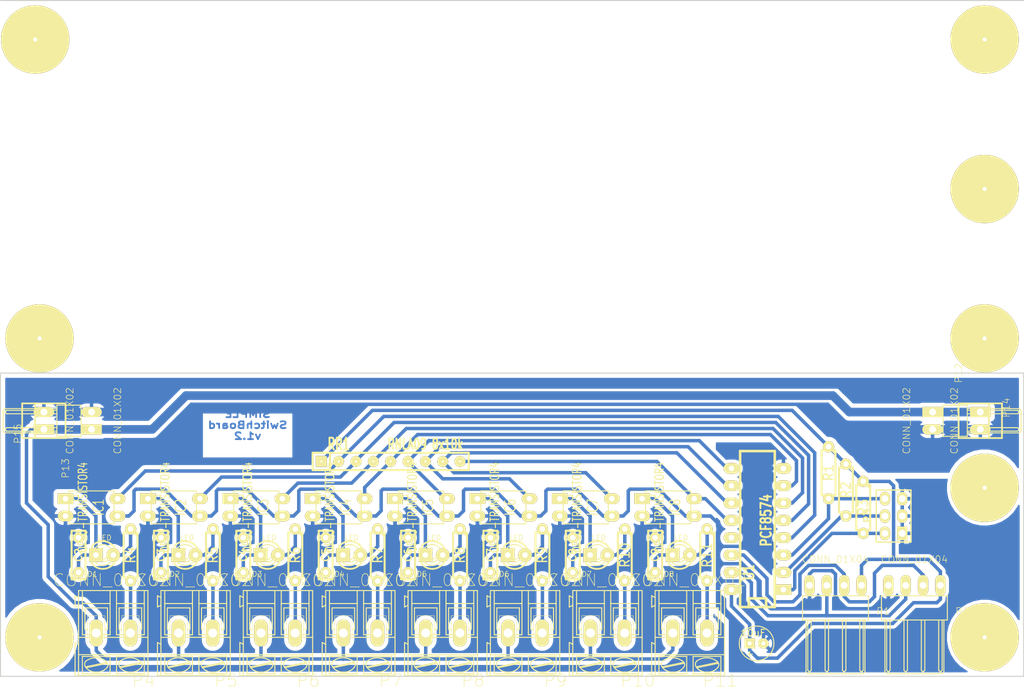
<source format=kicad_pcb>
(kicad_pcb (version 3) (host pcbnew "(2013-june-11)-stable")
  (layers (15 F.Cu signal) (0 B.Cu signal) (18 B.Paste user) (19 F.Paste user) (20 B.SilkS user) (21 F.SilkS user) (22 B.Mask user) (23 F.Mask user) (28 Edge.Cuts user))
  (net 0 "")
  (net 1 +5V)
  (net 2 +5VD)
  (net 3 DGND)
  (net 4 GND)
  (net 5 N-000001)
  (net 6 N-0000010)
  (net 7 N-0000011)
  (net 8 N-0000012)
  (net 9 N-0000013)
  (net 10 N-0000014)
  (net 11 N-0000015)
  (net 12 N-0000017)
  (net 13 N-0000018)
  (net 14 N-0000019)
  (net 15 N-000002)
  (net 16 N-0000020)
  (net 17 N-0000021)
  (net 18 N-0000022)
  (net 19 N-0000023)
  (net 20 N-0000024)
  (net 21 N-0000025)
  (net 22 N-0000026)
  (net 23 N-0000027)
  (net 24 N-0000028)
  (net 25 N-0000029)
  (net 26 N-000003)
  (net 27 N-0000030)
  (net 28 N-0000035)
  (net 29 N-0000036)
  (net 30 N-0000037)
  (net 31 N-0000038)
  (net 32 N-0000039)
  (net 33 N-000004)
  (net 34 N-0000040)
  (net 35 N-0000041)
  (net 36 N-0000042)
  (net 37 N-000005)
  (net 38 N-000006)
  (net 39 N-000007)
  (net 40 N-000008)
  (net 41 N-000009)
  (module AK300-2 (layer F.Cu) (at 173.99 194.31 180)
    (fp_text reference P10 (at -4.445 -6.985 180) (layer F.SilkS) (effects (font (size 1.778 1.778) (thickness 0.0889))))
    (fp_text value CONN_01X02 (at 0.254 7.747 180) (layer F.SilkS) (effects (font (size 1.778 1.778) (thickness 0.0889))))
    (pad 1 thru_hole oval (at -2.5146 0 180) (size 1.9812 3.9624) (drill 1.3208) (layers *.Cu F.Paste F.SilkS F.Mask) (net 41 N-000009))
    (pad 2 thru_hole oval (at 2.4892 0 180) (size 1.9812 3.9624) (drill 1.3208) (layers *.Cu F.Paste F.SilkS F.Mask) (net 2 +5VD))
  )
  (module LED-3MM-Large-pads (layer F.Cu) (at 184.785 182.88 180)
    (fp_text reference D8 (at 1.778 -2.794 180) (layer F.SilkS) (effects (font (size 0.762 0.762) (thickness 0.0889))))
    (fp_text value LED (at 0 2.54 180) (layer F.SilkS) (effects (font (size 0.762 0.762) (thickness 0.0889))))
    (pad 1 thru_hole circle (at -1.27 0 180) (size 2 2) (drill 0.8128) (layers *.Cu *.Mask F.SilkS) (net 10 N-0000014))
    (pad 2 thru_hole rect (at 1.27 0 180) (size 2 2) (drill 0.8128) (layers *.Cu *.Mask F.SilkS) (net 30 N-0000037))
  )
  (module LED-3MM-Large-pads (layer F.Cu) (at 172.72 182.88 180)
    (fp_text reference D7 (at 1.778 -2.794 180) (layer F.SilkS) (effects (font (size 0.762 0.762) (thickness 0.0889))))
    (fp_text value LED (at 0 2.54 180) (layer F.SilkS) (effects (font (size 0.762 0.762) (thickness 0.0889))))
    (pad 1 thru_hole circle (at -1.27 0 180) (size 2 2) (drill 0.8128) (layers *.Cu *.Mask F.SilkS) (net 5 N-000001))
    (pad 2 thru_hole rect (at 1.27 0 180) (size 2 2) (drill 0.8128) (layers *.Cu *.Mask F.SilkS) (net 29 N-0000036))
  )
  (module LED-3MM-Large-pads (layer F.Cu) (at 160.655 182.88 180)
    (fp_text reference D6 (at 1.778 -2.794 180) (layer F.SilkS) (effects (font (size 0.762 0.762) (thickness 0.0889))))
    (fp_text value LED (at 0 2.54 180) (layer F.SilkS) (effects (font (size 0.762 0.762) (thickness 0.0889))))
    (pad 1 thru_hole circle (at -1.27 0 180) (size 2 2) (drill 0.8128) (layers *.Cu *.Mask F.SilkS) (net 22 N-0000026))
    (pad 2 thru_hole rect (at 1.27 0 180) (size 2 2) (drill 0.8128) (layers *.Cu *.Mask F.SilkS) (net 28 N-0000035))
  )
  (module LED-3MM-Large-pads (layer F.Cu) (at 148.59 182.88 180)
    (fp_text reference D5 (at 1.778 -2.794 180) (layer F.SilkS) (effects (font (size 0.762 0.762) (thickness 0.0889))))
    (fp_text value LED (at 0 2.54 180) (layer F.SilkS) (effects (font (size 0.762 0.762) (thickness 0.0889))))
    (pad 1 thru_hole circle (at -1.27 0 180) (size 2 2) (drill 0.8128) (layers *.Cu *.Mask F.SilkS) (net 20 N-0000024))
    (pad 2 thru_hole rect (at 1.27 0 180) (size 2 2) (drill 0.8128) (layers *.Cu *.Mask F.SilkS) (net 36 N-0000042))
  )
  (module LED-3MM-Large-pads (layer F.Cu) (at 136.525 182.88 180)
    (fp_text reference D4 (at 1.778 -2.794 180) (layer F.SilkS) (effects (font (size 0.762 0.762) (thickness 0.0889))))
    (fp_text value LED (at 0 2.54 180) (layer F.SilkS) (effects (font (size 0.762 0.762) (thickness 0.0889))))
    (pad 1 thru_hole circle (at -1.27 0 180) (size 2 2) (drill 0.8128) (layers *.Cu *.Mask F.SilkS) (net 21 N-0000025))
    (pad 2 thru_hole rect (at 1.27 0 180) (size 2 2) (drill 0.8128) (layers *.Cu *.Mask F.SilkS) (net 35 N-0000041))
  )
  (module LED-3MM-Large-pads (layer F.Cu) (at 124.46 182.88 180)
    (fp_text reference D3 (at 1.778 -2.794 180) (layer F.SilkS) (effects (font (size 0.762 0.762) (thickness 0.0889))))
    (fp_text value LED (at 0 2.54 180) (layer F.SilkS) (effects (font (size 0.762 0.762) (thickness 0.0889))))
    (pad 1 thru_hole circle (at -1.27 0 180) (size 2 2) (drill 0.8128) (layers *.Cu *.Mask F.SilkS) (net 24 N-0000028))
    (pad 2 thru_hole rect (at 1.27 0 180) (size 2 2) (drill 0.8128) (layers *.Cu *.Mask F.SilkS) (net 34 N-0000040))
  )
  (module LED-3MM-Large-pads (layer F.Cu) (at 112.395 182.88 180)
    (fp_text reference D2 (at 1.778 -2.794 180) (layer F.SilkS) (effects (font (size 0.762 0.762) (thickness 0.0889))))
    (fp_text value LED (at 0 2.54 180) (layer F.SilkS) (effects (font (size 0.762 0.762) (thickness 0.0889))))
    (pad 1 thru_hole circle (at -1.27 0 180) (size 2 2) (drill 0.8128) (layers *.Cu *.Mask F.SilkS) (net 23 N-0000027))
    (pad 2 thru_hole rect (at 1.27 0 180) (size 2 2) (drill 0.8128) (layers *.Cu *.Mask F.SilkS) (net 32 N-0000039))
  )
  (module LED-3MM-Large-pads (layer F.Cu) (at 100.33 182.88 180)
    (fp_text reference D1 (at 1.778 -2.794 180) (layer F.SilkS) (effects (font (size 0.762 0.762) (thickness 0.0889))))
    (fp_text value LED (at 0 2.54 180) (layer F.SilkS) (effects (font (size 0.762 0.762) (thickness 0.0889))))
    (pad 1 thru_hole circle (at -1.27 0 180) (size 2 2) (drill 0.8128) (layers *.Cu *.Mask F.SilkS) (net 40 N-000008))
    (pad 2 thru_hole rect (at 1.27 0 180) (size 2 2) (drill 0.8128) (layers *.Cu *.Mask F.SilkS) (net 31 N-0000038))
  )
  (module R3-LARGE_PADS (layer F.Cu) (at 206.375 170.815 270)
    (fp_text reference R1 (at 0 0 270) (layer F.SilkS) (effects (font (size 1.397 1.27) (thickness 0.2032))))
    (fp_text value 10k hide)
    (pad 1 thru_hole circle (at -3.81 0 270) (size 1.651 1.651) (drill 0.8128) (layers *.Cu *.Mask F.SilkS) (net 1 +5V))
    (pad 2 thru_hole circle (at 3.81 0 270) (size 1.651 1.651) (drill 0.8128) (layers *.Cu *.Mask F.SilkS) (net 7 N-0000011))
  )
  (module R3-LARGE_PADS (layer F.Cu) (at 208.915 173.355 270)
    (fp_text reference R2 (at 0 0 270) (layer F.SilkS) (effects (font (size 1.397 1.27) (thickness 0.2032))))
    (fp_text value 10k hide)
    (pad 1 thru_hole circle (at -3.81 0 270) (size 1.651 1.651) (drill 0.8128) (layers *.Cu *.Mask F.SilkS) (net 1 +5V))
    (pad 2 thru_hole circle (at 3.81 0 270) (size 1.651 1.651) (drill 0.8128) (layers *.Cu *.Mask F.SilkS) (net 6 N-0000010))
  )
  (module R3-LARGE_PADS (layer F.Cu) (at 211.455 175.895 270)
    (fp_text reference R3 (at 0 0 270) (layer F.SilkS) (effects (font (size 1.397 1.27) (thickness 0.2032))))
    (fp_text value 10k hide)
    (pad 1 thru_hole circle (at -3.81 0 270) (size 1.651 1.651) (drill 0.8128) (layers *.Cu *.Mask F.SilkS) (net 1 +5V))
    (pad 2 thru_hole circle (at 3.81 0 270) (size 1.651 1.651) (drill 0.8128) (layers *.Cu *.Mask F.SilkS) (net 8 N-0000012))
  )
  (module DIP-4__300_ELL (layer F.Cu) (at 182.88 175.895 270)
    (fp_text reference IC8 (at 0 -1.016 270) (layer F.SilkS) (effects (font (size 1.524 1.016) (thickness 0.1524))))
    (fp_text value OPTO-TRANSISTOR4 (at 0 1.27 270) (layer F.SilkS) (effects (font (size 1.27 0.889) (thickness 0.1524))))
    (pad 1 thru_hole rect (at -1.27 3.81 270) (size 1.5748 2.286) (drill 0.8128) (layers *.Cu *.Mask F.SilkS) (net 30 N-0000037))
    (pad 2 thru_hole oval (at 1.27 3.81 270) (size 1.5748 2.286) (drill 0.8128) (layers *.Cu *.Mask F.SilkS) (net 3 DGND))
    (pad 3 thru_hole oval (at 1.27 -3.81 270) (size 1.5748 2.286) (drill 0.8128) (layers *.Cu *.Mask F.SilkS) (net 4 GND))
    (pad 4 thru_hole oval (at -1.27 -3.81 270) (size 1.5748 2.286) (drill 0.8128) (layers *.Cu *.Mask F.SilkS) (net 12 N-0000017))
  )
  (module DIP-4__300_ELL (layer F.Cu) (at 98.425 175.895 270)
    (fp_text reference IC1 (at 0 -1.016 270) (layer F.SilkS) (effects (font (size 1.524 1.016) (thickness 0.1524))))
    (fp_text value OPTO-TRANSISTOR4 (at 0 1.27 270) (layer F.SilkS) (effects (font (size 1.27 0.889) (thickness 0.1524))))
    (pad 1 thru_hole rect (at -1.27 3.81 270) (size 1.5748 2.286) (drill 0.8128) (layers *.Cu *.Mask F.SilkS) (net 31 N-0000038))
    (pad 2 thru_hole oval (at 1.27 3.81 270) (size 1.5748 2.286) (drill 0.8128) (layers *.Cu *.Mask F.SilkS) (net 3 DGND))
    (pad 3 thru_hole oval (at 1.27 -3.81 270) (size 1.5748 2.286) (drill 0.8128) (layers *.Cu *.Mask F.SilkS) (net 4 GND))
    (pad 4 thru_hole oval (at -1.27 -3.81 270) (size 1.5748 2.286) (drill 0.8128) (layers *.Cu *.Mask F.SilkS) (net 19 N-0000023))
  )
  (module DIP-4__300_ELL (layer F.Cu) (at 110.49 175.895 270)
    (fp_text reference IC2 (at 0 -1.016 270) (layer F.SilkS) (effects (font (size 1.524 1.016) (thickness 0.1524))))
    (fp_text value OPTO-TRANSISTOR4 (at 0 1.27 270) (layer F.SilkS) (effects (font (size 1.27 0.889) (thickness 0.1524))))
    (pad 1 thru_hole rect (at -1.27 3.81 270) (size 1.5748 2.286) (drill 0.8128) (layers *.Cu *.Mask F.SilkS) (net 32 N-0000039))
    (pad 2 thru_hole oval (at 1.27 3.81 270) (size 1.5748 2.286) (drill 0.8128) (layers *.Cu *.Mask F.SilkS) (net 3 DGND))
    (pad 3 thru_hole oval (at 1.27 -3.81 270) (size 1.5748 2.286) (drill 0.8128) (layers *.Cu *.Mask F.SilkS) (net 4 GND))
    (pad 4 thru_hole oval (at -1.27 -3.81 270) (size 1.5748 2.286) (drill 0.8128) (layers *.Cu *.Mask F.SilkS) (net 18 N-0000022))
  )
  (module DIP-4__300_ELL (layer F.Cu) (at 122.555 175.895 270)
    (fp_text reference IC3 (at 0 -1.016 270) (layer F.SilkS) (effects (font (size 1.524 1.016) (thickness 0.1524))))
    (fp_text value OPTO-TRANSISTOR4 (at 0 1.27 270) (layer F.SilkS) (effects (font (size 1.27 0.889) (thickness 0.1524))))
    (pad 1 thru_hole rect (at -1.27 3.81 270) (size 1.5748 2.286) (drill 0.8128) (layers *.Cu *.Mask F.SilkS) (net 34 N-0000040))
    (pad 2 thru_hole oval (at 1.27 3.81 270) (size 1.5748 2.286) (drill 0.8128) (layers *.Cu *.Mask F.SilkS) (net 3 DGND))
    (pad 3 thru_hole oval (at 1.27 -3.81 270) (size 1.5748 2.286) (drill 0.8128) (layers *.Cu *.Mask F.SilkS) (net 4 GND))
    (pad 4 thru_hole oval (at -1.27 -3.81 270) (size 1.5748 2.286) (drill 0.8128) (layers *.Cu *.Mask F.SilkS) (net 17 N-0000021))
  )
  (module DIP-4__300_ELL (layer F.Cu) (at 134.62 175.895 270)
    (fp_text reference IC4 (at 0 -1.016 270) (layer F.SilkS) (effects (font (size 1.524 1.016) (thickness 0.1524))))
    (fp_text value OPTO-TRANSISTOR4 (at 0 1.27 270) (layer F.SilkS) (effects (font (size 1.27 0.889) (thickness 0.1524))))
    (pad 1 thru_hole rect (at -1.27 3.81 270) (size 1.5748 2.286) (drill 0.8128) (layers *.Cu *.Mask F.SilkS) (net 35 N-0000041))
    (pad 2 thru_hole oval (at 1.27 3.81 270) (size 1.5748 2.286) (drill 0.8128) (layers *.Cu *.Mask F.SilkS) (net 3 DGND))
    (pad 3 thru_hole oval (at 1.27 -3.81 270) (size 1.5748 2.286) (drill 0.8128) (layers *.Cu *.Mask F.SilkS) (net 4 GND))
    (pad 4 thru_hole oval (at -1.27 -3.81 270) (size 1.5748 2.286) (drill 0.8128) (layers *.Cu *.Mask F.SilkS) (net 11 N-0000015))
  )
  (module DIP-4__300_ELL (layer F.Cu) (at 146.685 175.895 270)
    (fp_text reference IC5 (at 0 -1.016 270) (layer F.SilkS) (effects (font (size 1.524 1.016) (thickness 0.1524))))
    (fp_text value OPTO-TRANSISTOR4 (at 0 1.27 270) (layer F.SilkS) (effects (font (size 1.27 0.889) (thickness 0.1524))))
    (pad 1 thru_hole rect (at -1.27 3.81 270) (size 1.5748 2.286) (drill 0.8128) (layers *.Cu *.Mask F.SilkS) (net 36 N-0000042))
    (pad 2 thru_hole oval (at 1.27 3.81 270) (size 1.5748 2.286) (drill 0.8128) (layers *.Cu *.Mask F.SilkS) (net 3 DGND))
    (pad 3 thru_hole oval (at 1.27 -3.81 270) (size 1.5748 2.286) (drill 0.8128) (layers *.Cu *.Mask F.SilkS) (net 4 GND))
    (pad 4 thru_hole oval (at -1.27 -3.81 270) (size 1.5748 2.286) (drill 0.8128) (layers *.Cu *.Mask F.SilkS) (net 16 N-0000020))
  )
  (module DIP-4__300_ELL (layer F.Cu) (at 158.75 175.895 270)
    (fp_text reference IC6 (at 0 -1.016 270) (layer F.SilkS) (effects (font (size 1.524 1.016) (thickness 0.1524))))
    (fp_text value OPTO-TRANSISTOR4 (at 0 1.27 270) (layer F.SilkS) (effects (font (size 1.27 0.889) (thickness 0.1524))))
    (pad 1 thru_hole rect (at -1.27 3.81 270) (size 1.5748 2.286) (drill 0.8128) (layers *.Cu *.Mask F.SilkS) (net 28 N-0000035))
    (pad 2 thru_hole oval (at 1.27 3.81 270) (size 1.5748 2.286) (drill 0.8128) (layers *.Cu *.Mask F.SilkS) (net 3 DGND))
    (pad 3 thru_hole oval (at 1.27 -3.81 270) (size 1.5748 2.286) (drill 0.8128) (layers *.Cu *.Mask F.SilkS) (net 4 GND))
    (pad 4 thru_hole oval (at -1.27 -3.81 270) (size 1.5748 2.286) (drill 0.8128) (layers *.Cu *.Mask F.SilkS) (net 14 N-0000019))
  )
  (module DIP-4__300_ELL (layer F.Cu) (at 170.815 175.895 270)
    (fp_text reference IC7 (at 0 -1.016 270) (layer F.SilkS) (effects (font (size 1.524 1.016) (thickness 0.1524))))
    (fp_text value OPTO-TRANSISTOR4 (at 0 1.27 270) (layer F.SilkS) (effects (font (size 1.27 0.889) (thickness 0.1524))))
    (pad 1 thru_hole rect (at -1.27 3.81 270) (size 1.5748 2.286) (drill 0.8128) (layers *.Cu *.Mask F.SilkS) (net 29 N-0000036))
    (pad 2 thru_hole oval (at 1.27 3.81 270) (size 1.5748 2.286) (drill 0.8128) (layers *.Cu *.Mask F.SilkS) (net 3 DGND))
    (pad 3 thru_hole oval (at 1.27 -3.81 270) (size 1.5748 2.286) (drill 0.8128) (layers *.Cu *.Mask F.SilkS) (net 4 GND))
    (pad 4 thru_hole oval (at -1.27 -3.81 270) (size 1.5748 2.286) (drill 0.8128) (layers *.Cu *.Mask F.SilkS) (net 13 N-0000018))
  )
  (module DIP-16__300_ELL (layer F.Cu) (at 195.961 179.07 90)
    (fp_text reference U1 (at -6.35 -1.27 90) (layer F.SilkS) (effects (font (size 1.524 1.143) (thickness 0.3048))))
    (fp_text value PCF8574 (at 1.27 1.27 90) (layer F.SilkS) (effects (font (size 1.524 1.143) (thickness 0.3048))))
    (pad 1 thru_hole rect (at -8.89 3.81 90) (size 1.5748 2.286) (drill 0.8128) (layers *.Cu *.Mask F.SilkS) (net 8 N-0000012))
    (pad 2 thru_hole oval (at -6.35 3.81 90) (size 1.5748 2.286) (drill 0.8128) (layers *.Cu *.Mask F.SilkS) (net 6 N-0000010))
    (pad 3 thru_hole oval (at -3.81 3.81 90) (size 1.5748 2.286) (drill 0.8128) (layers *.Cu *.Mask F.SilkS) (net 7 N-0000011))
    (pad 4 thru_hole oval (at -1.27 3.81 90) (size 1.5748 2.286) (drill 0.8128) (layers *.Cu *.Mask F.SilkS) (net 19 N-0000023))
    (pad 5 thru_hole oval (at 1.27 3.81 90) (size 1.5748 2.286) (drill 0.8128) (layers *.Cu *.Mask F.SilkS) (net 18 N-0000022))
    (pad 6 thru_hole oval (at 3.81 3.81 90) (size 1.5748 2.286) (drill 0.8128) (layers *.Cu *.Mask F.SilkS) (net 17 N-0000021))
    (pad 7 thru_hole oval (at 6.35 3.81 90) (size 1.5748 2.286) (drill 0.8128) (layers *.Cu *.Mask F.SilkS) (net 11 N-0000015))
    (pad 8 thru_hole oval (at 8.89 3.81 90) (size 1.5748 2.286) (drill 0.8128) (layers *.Cu *.Mask F.SilkS) (net 4 GND))
    (pad 9 thru_hole oval (at 8.89 -3.81 90) (size 1.5748 2.286) (drill 0.8128) (layers *.Cu *.Mask F.SilkS) (net 16 N-0000020))
    (pad 10 thru_hole oval (at 6.35 -3.81 90) (size 1.5748 2.286) (drill 0.8128) (layers *.Cu *.Mask F.SilkS) (net 14 N-0000019))
    (pad 11 thru_hole oval (at 3.81 -3.81 90) (size 1.5748 2.286) (drill 0.8128) (layers *.Cu *.Mask F.SilkS) (net 13 N-0000018))
    (pad 12 thru_hole oval (at 1.27 -3.81 90) (size 1.5748 2.286) (drill 0.8128) (layers *.Cu *.Mask F.SilkS) (net 12 N-0000017))
    (pad 13 thru_hole oval (at -1.27 -3.81 90) (size 1.5748 2.286) (drill 0.8128) (layers *.Cu *.Mask F.SilkS))
    (pad 14 thru_hole oval (at -3.81 -3.81 90) (size 1.5748 2.286) (drill 0.8128) (layers *.Cu *.Mask F.SilkS) (net 27 N-0000030))
    (pad 15 thru_hole oval (at -6.35 -3.81 90) (size 1.5748 2.286) (drill 0.8128) (layers *.Cu *.Mask F.SilkS) (net 25 N-0000029))
    (pad 16 thru_hole oval (at -8.89 -3.81 90) (size 1.5748 2.286) (drill 0.8128) (layers *.Cu *.Mask F.SilkS) (net 1 +5V))
  )
  (module CP (layer F.Cu) (at 195.834 195.834 180)
    (fp_text reference C1 (at 0 0 180) (layer F.SilkS))
    (fp_text value 10uF (at 0.508 1.524 180) (layer F.SilkS))
    (fp_text user + (at 1.016 -1.524 180) (layer F.SilkS))
    (pad 2 thru_hole circle (at -1.016 0 180) (size 1.5 1.5) (drill 0.6) (layers *.Cu *.Mask F.SilkS) (net 4 GND))
    (pad 1 thru_hole rect (at 1.016 0 180) (size 1.5 1.5) (drill 0.6) (layers *.Cu *.Mask F.SilkS) (net 1 +5V))
  )
  (module PINHEAD1-4-90 (layer F.Cu) (at 218.948 187.325 180)
    (fp_text reference P2 (at -6.985 -3.81 180) (layer F.SilkS) (effects (font (size 1.016 1.016) (thickness 0.0889))))
    (fp_text value CONN_01X04 (at 0 3.81 180) (layer F.SilkS) (effects (font (size 1.016 1.016) (thickness 0.0889))))
    (pad 1 thru_hole oval (at -3.81 0 180) (size 1.50622 3.01498) (drill 0.99822) (layers *.Cu F.Paste F.SilkS F.Mask) (net 1 +5V))
    (pad 2 thru_hole oval (at -1.27 0 180) (size 1.50622 3.01498) (drill 0.99822) (layers *.Cu F.Paste F.SilkS F.Mask) (net 27 N-0000030))
    (pad 3 thru_hole oval (at 1.27 0 180) (size 1.50622 3.01498) (drill 0.99822) (layers *.Cu F.Paste F.SilkS F.Mask) (net 25 N-0000029))
    (pad 4 thru_hole oval (at 3.81 0 180) (size 1.50622 3.01498) (drill 0.99822) (layers *.Cu F.Paste F.SilkS F.Mask) (net 4 GND))
  )
  (module PINHEAD1-4-90 (layer F.Cu) (at 207.391 187.325 180)
    (fp_text reference P1 (at -6.985 -3.81 180) (layer F.SilkS) (effects (font (size 1.016 1.016) (thickness 0.0889))))
    (fp_text value CONN_01X04 (at 0 3.81 180) (layer F.SilkS) (effects (font (size 1.016 1.016) (thickness 0.0889))))
    (pad 1 thru_hole oval (at -3.81 0 180) (size 1.50622 3.01498) (drill 0.99822) (layers *.Cu F.Paste F.SilkS F.Mask) (net 1 +5V))
    (pad 2 thru_hole oval (at -1.27 0 180) (size 1.50622 3.01498) (drill 0.99822) (layers *.Cu F.Paste F.SilkS F.Mask) (net 27 N-0000030))
    (pad 3 thru_hole oval (at 1.27 0 180) (size 1.50622 3.01498) (drill 0.99822) (layers *.Cu F.Paste F.SilkS F.Mask) (net 25 N-0000029))
    (pad 4 thru_hole oval (at 3.81 0 180) (size 1.50622 3.01498) (drill 0.99822) (layers *.Cu F.Paste F.SilkS F.Mask) (net 4 GND))
  )
  (module PINHEAD1-2-90 (layer F.Cu) (at 98.425 163.195 90)
    (fp_text reference P13 (at -6.985 -3.81 90) (layer F.SilkS) (effects (font (size 1.016 1.016) (thickness 0.0889))))
    (fp_text value CONN_01X02 (at 0 3.81 90) (layer F.SilkS) (effects (font (size 1.016 1.016) (thickness 0.0889))))
    (pad 1 thru_hole rect (at -1.27 0 90) (size 1.50622 3.01498) (drill 0.99822) (layers *.Cu F.Paste F.SilkS F.Mask) (net 2 +5VD))
    (pad 2 thru_hole oval (at 1.27 0 90) (size 1.50622 3.01498) (drill 0.99822) (layers *.Cu F.Paste F.SilkS F.Mask) (net 3 DGND))
  )
  (module PINHEAD1-2-90 (layer F.Cu) (at 221.615 163.195 270)
    (fp_text reference P12 (at -6.985 -3.81 270) (layer F.SilkS) (effects (font (size 1.016 1.016) (thickness 0.0889))))
    (fp_text value CONN_01X02 (at 0 3.81 270) (layer F.SilkS) (effects (font (size 1.016 1.016) (thickness 0.0889))))
    (pad 1 thru_hole rect (at -1.27 0 270) (size 1.50622 3.01498) (drill 0.99822) (layers *.Cu F.Paste F.SilkS F.Mask) (net 2 +5VD))
    (pad 2 thru_hole oval (at 1.27 0 270) (size 1.50622 3.01498) (drill 0.99822) (layers *.Cu F.Paste F.SilkS F.Mask) (net 3 DGND))
  )
  (module PINHEAD1-2-UP (layer F.Cu) (at 228.6 163.195 270)
    (fp_text reference P14 (at -1.905 -3.81 270) (layer F.SilkS) (effects (font (size 1.016 1.016) (thickness 0.0889))))
    (fp_text value CONN_01X02 (at 0 3.81 270) (layer F.SilkS) (effects (font (size 1.016 1.016) (thickness 0.0889))))
    (pad 1 thru_hole rect (at -1.27 0 270) (size 1.50622 3.01498) (drill 0.99822) (layers *.Cu F.Paste F.SilkS F.Mask) (net 2 +5VD))
    (pad 2 thru_hole oval (at 1.27 0 270) (size 1.50622 3.01498) (drill 0.99822) (layers *.Cu F.Paste F.SilkS F.Mask) (net 3 DGND))
  )
  (module PINHEAD1-2-UP (layer F.Cu) (at 91.44 163.195 90)
    (fp_text reference P15 (at -1.905 -3.81 90) (layer F.SilkS) (effects (font (size 1.016 1.016) (thickness 0.0889))))
    (fp_text value CONN_01X02 (at 0 3.81 90) (layer F.SilkS) (effects (font (size 1.016 1.016) (thickness 0.0889))))
    (pad 1 thru_hole rect (at -1.27 0 90) (size 1.50622 3.01498) (drill 0.99822) (layers *.Cu F.Paste F.SilkS F.Mask) (net 2 +5VD))
    (pad 2 thru_hole oval (at 1.27 0 90) (size 1.50622 3.01498) (drill 0.99822) (layers *.Cu F.Paste F.SilkS F.Mask) (net 3 DGND))
  )
  (module pin_array_3x2-large-pads (layer F.Cu) (at 215.9 177.165 90)
    (fp_text reference P3 (at 0 -3.81 90) (layer F.SilkS) (effects (font (size 1.016 1.016) (thickness 0.2032))))
    (fp_text value CONN_02X03 hide)
    (pad 1 thru_hole rect (at -2.54 1.27 90) (size 2 1.524) (drill 1.016) (layers *.Cu *.Mask F.SilkS) (net 4 GND))
    (pad 2 thru_hole oval (at -2.54 -1.27 90) (size 2 1.524) (drill 1.016) (layers *.Cu *.Mask F.SilkS) (net 8 N-0000012))
    (pad 3 thru_hole oval (at 0 1.27 90) (size 2 1.524) (drill 1.016) (layers *.Cu *.Mask F.SilkS) (net 4 GND))
    (pad 4 thru_hole oval (at 0 -1.27 90) (size 2 1.524) (drill 1.016) (layers *.Cu *.Mask F.SilkS) (net 6 N-0000010))
    (pad 5 thru_hole oval (at 2.54 1.27 90) (size 2 1.524) (drill 1.016) (layers *.Cu *.Mask F.SilkS) (net 4 GND))
    (pad 6 thru_hole oval (at 2.54 -1.27 90) (size 2 1.524) (drill 1.016) (layers *.Cu *.Mask F.SilkS) (net 7 N-0000011))
  )
  (module R3-LARGE_PADS (layer F.Cu) (at 104.14 182.88 270)
    (fp_text reference R4 (at 0 0 270) (layer F.SilkS) (effects (font (size 1.397 1.27) (thickness 0.2032))))
    (fp_text value 180R hide)
    (pad 1 thru_hole circle (at -3.81 0 270) (size 1.651 1.651) (drill 0.8128) (layers *.Cu *.Mask F.SilkS) (net 40 N-000008))
    (pad 2 thru_hole circle (at 3.81 0 270) (size 1.651 1.651) (drill 0.8128) (layers *.Cu *.Mask F.SilkS) (net 39 N-000007))
  )
  (module R3-LARGE_PADS (layer F.Cu) (at 116.205 182.88 270)
    (fp_text reference R5 (at 0 0 270) (layer F.SilkS) (effects (font (size 1.397 1.27) (thickness 0.2032))))
    (fp_text value 180R hide)
    (pad 1 thru_hole circle (at -3.81 0 270) (size 1.651 1.651) (drill 0.8128) (layers *.Cu *.Mask F.SilkS) (net 23 N-0000027))
    (pad 2 thru_hole circle (at 3.81 0 270) (size 1.651 1.651) (drill 0.8128) (layers *.Cu *.Mask F.SilkS) (net 38 N-000006))
  )
  (module R3-LARGE_PADS (layer F.Cu) (at 128.27 182.88 270)
    (fp_text reference R6 (at 0 0 270) (layer F.SilkS) (effects (font (size 1.397 1.27) (thickness 0.2032))))
    (fp_text value 180R hide)
    (pad 1 thru_hole circle (at -3.81 0 270) (size 1.651 1.651) (drill 0.8128) (layers *.Cu *.Mask F.SilkS) (net 24 N-0000028))
    (pad 2 thru_hole circle (at 3.81 0 270) (size 1.651 1.651) (drill 0.8128) (layers *.Cu *.Mask F.SilkS) (net 37 N-000005))
  )
  (module R3-LARGE_PADS (layer F.Cu) (at 140.335 182.88 270)
    (fp_text reference R7 (at 0 0 270) (layer F.SilkS) (effects (font (size 1.397 1.27) (thickness 0.2032))))
    (fp_text value 180R hide)
    (pad 1 thru_hole circle (at -3.81 0 270) (size 1.651 1.651) (drill 0.8128) (layers *.Cu *.Mask F.SilkS) (net 21 N-0000025))
    (pad 2 thru_hole circle (at 3.81 0 270) (size 1.651 1.651) (drill 0.8128) (layers *.Cu *.Mask F.SilkS) (net 33 N-000004))
  )
  (module R3-LARGE_PADS (layer F.Cu) (at 152.4 182.88 270)
    (fp_text reference R8 (at 0 0 270) (layer F.SilkS) (effects (font (size 1.397 1.27) (thickness 0.2032))))
    (fp_text value 180R hide)
    (pad 1 thru_hole circle (at -3.81 0 270) (size 1.651 1.651) (drill 0.8128) (layers *.Cu *.Mask F.SilkS) (net 20 N-0000024))
    (pad 2 thru_hole circle (at 3.81 0 270) (size 1.651 1.651) (drill 0.8128) (layers *.Cu *.Mask F.SilkS) (net 26 N-000003))
  )
  (module R3-LARGE_PADS (layer F.Cu) (at 164.465 182.88 270)
    (fp_text reference R9 (at 0 0 270) (layer F.SilkS) (effects (font (size 1.397 1.27) (thickness 0.2032))))
    (fp_text value 180R hide)
    (pad 1 thru_hole circle (at -3.81 0 270) (size 1.651 1.651) (drill 0.8128) (layers *.Cu *.Mask F.SilkS) (net 22 N-0000026))
    (pad 2 thru_hole circle (at 3.81 0 270) (size 1.651 1.651) (drill 0.8128) (layers *.Cu *.Mask F.SilkS) (net 15 N-000002))
  )
  (module R3-LARGE_PADS (layer F.Cu) (at 176.53 182.88 270)
    (fp_text reference R10 (at 0 0 270) (layer F.SilkS) (effects (font (size 1.397 1.27) (thickness 0.2032))))
    (fp_text value 180R hide)
    (pad 1 thru_hole circle (at -3.81 0 270) (size 1.651 1.651) (drill 0.8128) (layers *.Cu *.Mask F.SilkS) (net 5 N-000001))
    (pad 2 thru_hole circle (at 3.81 0 270) (size 1.651 1.651) (drill 0.8128) (layers *.Cu *.Mask F.SilkS) (net 41 N-000009))
  )
  (module R3-LARGE_PADS (layer F.Cu) (at 188.595 182.88 270)
    (fp_text reference R11 (at 0 0 270) (layer F.SilkS) (effects (font (size 1.397 1.27) (thickness 0.2032))))
    (fp_text value 180R hide)
    (pad 1 thru_hole circle (at -3.81 0 270) (size 1.651 1.651) (drill 0.8128) (layers *.Cu *.Mask F.SilkS) (net 10 N-0000014))
    (pad 2 thru_hole circle (at 3.81 0 270) (size 1.651 1.651) (drill 0.8128) (layers *.Cu *.Mask F.SilkS) (net 9 N-0000013))
  )
  (module AK300-2 (layer F.Cu) (at 186.055 194.31 180)
    (fp_text reference P11 (at -4.445 -6.985 180) (layer F.SilkS) (effects (font (size 1.778 1.778) (thickness 0.0889))))
    (fp_text value CONN_01X02 (at 0.254 7.747 180) (layer F.SilkS) (effects (font (size 1.778 1.778) (thickness 0.0889))))
    (pad 1 thru_hole oval (at -2.5146 0 180) (size 1.9812 3.9624) (drill 1.3208) (layers *.Cu F.Paste F.SilkS F.Mask) (net 9 N-0000013))
    (pad 2 thru_hole oval (at 2.4892 0 180) (size 1.9812 3.9624) (drill 1.3208) (layers *.Cu F.Paste F.SilkS F.Mask) (net 2 +5VD))
  )
  (module AK300-2 (layer F.Cu) (at 161.925 194.31 180)
    (fp_text reference P9 (at -4.445 -6.985 180) (layer F.SilkS) (effects (font (size 1.778 1.778) (thickness 0.0889))))
    (fp_text value CONN_01X02 (at 0.254 7.747 180) (layer F.SilkS) (effects (font (size 1.778 1.778) (thickness 0.0889))))
    (pad 1 thru_hole oval (at -2.5146 0 180) (size 1.9812 3.9624) (drill 1.3208) (layers *.Cu F.Paste F.SilkS F.Mask) (net 15 N-000002))
    (pad 2 thru_hole oval (at 2.4892 0 180) (size 1.9812 3.9624) (drill 1.3208) (layers *.Cu F.Paste F.SilkS F.Mask) (net 2 +5VD))
  )
  (module AK300-2 (layer F.Cu) (at 149.86 194.31 180)
    (fp_text reference P8 (at -4.445 -6.985 180) (layer F.SilkS) (effects (font (size 1.778 1.778) (thickness 0.0889))))
    (fp_text value CONN_01X02 (at 0.254 7.747 180) (layer F.SilkS) (effects (font (size 1.778 1.778) (thickness 0.0889))))
    (pad 1 thru_hole oval (at -2.5146 0 180) (size 1.9812 3.9624) (drill 1.3208) (layers *.Cu F.Paste F.SilkS F.Mask) (net 26 N-000003))
    (pad 2 thru_hole oval (at 2.4892 0 180) (size 1.9812 3.9624) (drill 1.3208) (layers *.Cu F.Paste F.SilkS F.Mask) (net 2 +5VD))
  )
  (module AK300-2 (layer F.Cu) (at 137.795 194.31 180)
    (fp_text reference P7 (at -4.445 -6.985 180) (layer F.SilkS) (effects (font (size 1.778 1.778) (thickness 0.0889))))
    (fp_text value CONN_01X02 (at 0.254 7.747 180) (layer F.SilkS) (effects (font (size 1.778 1.778) (thickness 0.0889))))
    (pad 1 thru_hole oval (at -2.5146 0 180) (size 1.9812 3.9624) (drill 1.3208) (layers *.Cu F.Paste F.SilkS F.Mask) (net 33 N-000004))
    (pad 2 thru_hole oval (at 2.4892 0 180) (size 1.9812 3.9624) (drill 1.3208) (layers *.Cu F.Paste F.SilkS F.Mask) (net 2 +5VD))
  )
  (module AK300-2 (layer F.Cu) (at 125.73 194.31 180)
    (fp_text reference P6 (at -4.445 -6.985 180) (layer F.SilkS) (effects (font (size 1.778 1.778) (thickness 0.0889))))
    (fp_text value CONN_01X02 (at 0.254 7.747 180) (layer F.SilkS) (effects (font (size 1.778 1.778) (thickness 0.0889))))
    (pad 1 thru_hole oval (at -2.5146 0 180) (size 1.9812 3.9624) (drill 1.3208) (layers *.Cu F.Paste F.SilkS F.Mask) (net 37 N-000005))
    (pad 2 thru_hole oval (at 2.4892 0 180) (size 1.9812 3.9624) (drill 1.3208) (layers *.Cu F.Paste F.SilkS F.Mask) (net 2 +5VD))
  )
  (module AK300-2 (layer F.Cu) (at 113.665 194.31 180)
    (fp_text reference P5 (at -4.445 -6.985 180) (layer F.SilkS) (effects (font (size 1.778 1.778) (thickness 0.0889))))
    (fp_text value CONN_01X02 (at 0.254 7.747 180) (layer F.SilkS) (effects (font (size 1.778 1.778) (thickness 0.0889))))
    (pad 1 thru_hole oval (at -2.5146 0 180) (size 1.9812 3.9624) (drill 1.3208) (layers *.Cu F.Paste F.SilkS F.Mask) (net 38 N-000006))
    (pad 2 thru_hole oval (at 2.4892 0 180) (size 1.9812 3.9624) (drill 1.3208) (layers *.Cu F.Paste F.SilkS F.Mask) (net 2 +5VD))
  )
  (module AK300-2 (layer F.Cu) (at 101.6 194.31 180)
    (fp_text reference P4 (at -4.445 -6.985 180) (layer F.SilkS) (effects (font (size 1.778 1.778) (thickness 0.0889))))
    (fp_text value CONN_01X02 (at 0.254 7.747 180) (layer F.SilkS) (effects (font (size 1.778 1.778) (thickness 0.0889))))
    (pad 1 thru_hole oval (at -2.5146 0 180) (size 1.9812 3.9624) (drill 1.3208) (layers *.Cu F.Paste F.SilkS F.Mask) (net 39 N-000007))
    (pad 2 thru_hole oval (at 2.4892 0 180) (size 1.9812 3.9624) (drill 1.3208) (layers *.Cu F.Paste F.SilkS F.Mask) (net 2 +5VD))
  )
  (module screw-pad (layer F.Cu) (at 229.235 194.945)
    (fp_text reference Ref** (at 0 0.508) (layer F.SilkS))
    (fp_text value Val** (at 0 -1.016) (layer F.SilkS))
    (pad "" thru_hole circle (at 0 0) (size 10 10) (drill 0.6) (layers *.Cu *.Mask F.SilkS))
  )
  (module screw-pad (layer F.Cu) (at 229.235 107.315)
    (fp_text reference Ref** (at 0 0.508) (layer F.SilkS))
    (fp_text value Val** (at 0 -1.016) (layer F.SilkS))
    (pad "" thru_hole circle (at 0 0) (size 10 10) (drill 0.6) (layers *.Cu *.Mask F.SilkS))
  )
  (module screw-pad (layer F.Cu) (at 90.805 194.945)
    (fp_text reference Ref** (at 0 0.508) (layer F.SilkS))
    (fp_text value Val** (at 0 -1.016) (layer F.SilkS))
    (pad "" thru_hole circle (at 0 0) (size 10 10) (drill 0.6) (layers *.Cu *.Mask F.SilkS))
  )
  (module screw-pad (layer F.Cu) (at 229.235 173.0375)
    (fp_text reference Ref** (at 0 0.508) (layer F.SilkS))
    (fp_text value Val** (at 0 -1.016) (layer F.SilkS))
    (pad "" thru_hole circle (at 0 0) (size 10 10) (drill 0.6) (layers *.Cu *.Mask F.SilkS))
  )
  (module screw-pad (layer F.Cu) (at 90.17 107.315)
    (fp_text reference Ref** (at 0 0.508) (layer F.SilkS))
    (fp_text value Val** (at 0 -1.016) (layer F.SilkS))
    (pad "" thru_hole circle (at 0 0) (size 10 10) (drill 0.6) (layers *.Cu *.Mask F.SilkS))
  )
  (module screw-pad (layer F.Cu) (at 90.805 151.13)
    (fp_text reference Ref** (at 0 0.508) (layer F.SilkS))
    (fp_text value Val** (at 0 -1.016) (layer F.SilkS))
    (pad "" thru_hole circle (at 0 0) (size 10 10) (drill 0.6) (layers *.Cu *.Mask F.SilkS))
  )
  (module screw-pad (layer F.Cu) (at 229.235 151.13)
    (fp_text reference Ref** (at 0 0.508) (layer F.SilkS))
    (fp_text value Val** (at 0 -1.016) (layer F.SilkS))
    (pad "" thru_hole circle (at 0 0) (size 10 10) (drill 0.6) (layers *.Cu *.Mask F.SilkS))
  )
  (module SIL-9_large_pads (layer F.Cu) (at 142.24 169.164)
    (fp_text reference RR1 (at -7.62 -2.54) (layer F.SilkS) (effects (font (size 1.72974 1.08712) (thickness 0.3048))))
    (fp_text value "RNLA09 8x10k" (at 5.08 -2.54) (layer F.SilkS) (effects (font (size 1.524 1.016) (thickness 0.3048))))
    (pad 1 thru_hole rect (at -10.16 0) (size 1.6 1.6) (drill 0.3) (layers *.Cu *.Mask F.SilkS) (net 1 +5V))
    (pad 2 thru_hole circle (at -7.62 0) (size 1.6 1.6) (drill 0.3) (layers *.Cu *.Mask F.SilkS) (net 19 N-0000023))
    (pad 3 thru_hole circle (at -5.08 0) (size 1.6 1.6) (drill 0.3) (layers *.Cu *.Mask F.SilkS) (net 18 N-0000022))
    (pad 4 thru_hole circle (at -2.54 0) (size 1.6 1.6) (drill 0.3) (layers *.Cu *.Mask F.SilkS) (net 17 N-0000021))
    (pad 5 thru_hole circle (at 0 0) (size 1.6 1.6) (drill 0.3) (layers *.Cu *.Mask F.SilkS) (net 11 N-0000015))
    (pad 6 thru_hole circle (at 2.54 0) (size 1.6 1.6) (drill 0.3) (layers *.Cu *.Mask F.SilkS) (net 16 N-0000020))
    (pad 7 thru_hole circle (at 5.08 0) (size 1.6 1.6) (drill 0.3) (layers *.Cu *.Mask F.SilkS) (net 14 N-0000019))
    (pad 8 thru_hole circle (at 7.62 0) (size 1.6 1.6) (drill 0.3) (layers *.Cu *.Mask F.SilkS) (net 13 N-0000018))
    (pad 9 thru_hole circle (at 10.16 0) (size 1.6 1.6) (drill 0.3) (layers *.Cu *.Mask F.SilkS) (net 12 N-0000017))
  )
  (module C2-large-pads (layer F.Cu) (at 168.91 182.88 90)
    (fp_text reference C8 (at 0 0 90) (layer F.SilkS) (effects (font (size 1.016 1.016) (thickness 0.2032))))
    (fp_text value 100nF hide)
    (pad 1 thru_hole circle (at -2.54 0 90) (size 1.6 1.6) (drill 0.8128) (layers *.Cu *.Mask F.SilkS) (net 29 N-0000036))
    (pad 2 thru_hole circle (at 2.54 0 90) (size 1.6 1.6) (drill 0.8128) (layers *.Cu *.Mask F.SilkS) (net 3 DGND))
  )
  (module C2-large-pads (layer F.Cu) (at 180.975 182.88 90)
    (fp_text reference C9 (at 0 0 90) (layer F.SilkS) (effects (font (size 1.016 1.016) (thickness 0.2032))))
    (fp_text value 100nF hide)
    (pad 1 thru_hole circle (at -2.54 0 90) (size 1.6 1.6) (drill 0.8128) (layers *.Cu *.Mask F.SilkS) (net 30 N-0000037))
    (pad 2 thru_hole circle (at 2.54 0 90) (size 1.6 1.6) (drill 0.8128) (layers *.Cu *.Mask F.SilkS) (net 3 DGND))
  )
  (module C2-large-pads (layer F.Cu) (at 144.78 182.88 90)
    (fp_text reference C6 (at 0 0 90) (layer F.SilkS) (effects (font (size 1.016 1.016) (thickness 0.2032))))
    (fp_text value 100nf hide)
    (pad 1 thru_hole circle (at -2.54 0 90) (size 1.6 1.6) (drill 0.8128) (layers *.Cu *.Mask F.SilkS) (net 36 N-0000042))
    (pad 2 thru_hole circle (at 2.54 0 90) (size 1.6 1.6) (drill 0.8128) (layers *.Cu *.Mask F.SilkS) (net 3 DGND))
  )
  (module C2-large-pads (layer F.Cu) (at 132.715 182.88 90)
    (fp_text reference C5 (at 0 0 90) (layer F.SilkS) (effects (font (size 1.016 1.016) (thickness 0.2032))))
    (fp_text value 100nF hide)
    (pad 1 thru_hole circle (at -2.54 0 90) (size 1.6 1.6) (drill 0.8128) (layers *.Cu *.Mask F.SilkS) (net 35 N-0000041))
    (pad 2 thru_hole circle (at 2.54 0 90) (size 1.6 1.6) (drill 0.8128) (layers *.Cu *.Mask F.SilkS) (net 3 DGND))
  )
  (module C2-large-pads (layer F.Cu) (at 156.845 182.88 90)
    (fp_text reference C7 (at 0 0 90) (layer F.SilkS) (effects (font (size 1.016 1.016) (thickness 0.2032))))
    (fp_text value 100nf hide)
    (pad 1 thru_hole circle (at -2.54 0 90) (size 1.6 1.6) (drill 0.8128) (layers *.Cu *.Mask F.SilkS) (net 28 N-0000035))
    (pad 2 thru_hole circle (at 2.54 0 90) (size 1.6 1.6) (drill 0.8128) (layers *.Cu *.Mask F.SilkS) (net 3 DGND))
  )
  (module C2-large-pads (layer F.Cu) (at 108.585 182.88 90)
    (fp_text reference C3 (at 0 0 90) (layer F.SilkS) (effects (font (size 1.016 1.016) (thickness 0.2032))))
    (fp_text value 100nF hide)
    (pad 1 thru_hole circle (at -2.54 0 90) (size 1.6 1.6) (drill 0.8128) (layers *.Cu *.Mask F.SilkS) (net 32 N-0000039))
    (pad 2 thru_hole circle (at 2.54 0 90) (size 1.6 1.6) (drill 0.8128) (layers *.Cu *.Mask F.SilkS) (net 3 DGND))
  )
  (module C2-large-pads (layer F.Cu) (at 120.65 182.88 90)
    (fp_text reference C4 (at 0 0 90) (layer F.SilkS) (effects (font (size 1.016 1.016) (thickness 0.2032))))
    (fp_text value 100nf hide)
    (pad 1 thru_hole circle (at -2.54 0 90) (size 1.6 1.6) (drill 0.8128) (layers *.Cu *.Mask F.SilkS) (net 34 N-0000040))
    (pad 2 thru_hole circle (at 2.54 0 90) (size 1.6 1.6) (drill 0.8128) (layers *.Cu *.Mask F.SilkS) (net 3 DGND))
  )
  (module C2-large-pads (layer F.Cu) (at 96.52 182.88 90)
    (fp_text reference C2 (at 0 0 90) (layer F.SilkS) (effects (font (size 1.016 1.016) (thickness 0.2032))))
    (fp_text value 100nF hide)
    (pad 1 thru_hole circle (at -2.54 0 90) (size 1.6 1.6) (drill 0.8128) (layers *.Cu *.Mask F.SilkS) (net 31 N-0000038))
    (pad 2 thru_hole circle (at 2.54 0 90) (size 1.6 1.6) (drill 0.8128) (layers *.Cu *.Mask F.SilkS) (net 3 DGND))
  )
  (module screw-pad (layer F.Cu) (at 229.235 129.2225)
    (fp_text reference Ref** (at 0 0.508) (layer F.SilkS))
    (fp_text value Val** (at 0 -1.016) (layer F.SilkS))
    (pad "" thru_hole circle (at 0 0) (size 10 10) (drill 0.6) (layers *.Cu *.Mask F.SilkS))
  )
  (gr_line (start 85.09 156.21) (end 85.09 200.66) (angle 90) (layer Edge.Cuts) (width 0.15))
  (gr_line (start 234.95 156.21) (end 234.95 200.66) (angle 90) (layer Edge.Cuts) (width 0.15))
  (gr_line (start 234.95 200.66) (end 85.09 200.66) (angle 90) (layer Edge.Cuts) (width 0.15))
  (gr_line (start 85.09 156.21) (end 234.95 156.21) (angle 90) (layer Edge.Cuts) (width 0.15))
  (gr_text "SIMPLE\nSwitchBoard\nv1.2" (at 121.285 163.83) (layer B.Cu) (effects (font (size 1 1.27) (thickness 0.25)) (justify mirror)))
  (gr_line (start 234.95 101.6) (end 85.09 101.6) (angle 90) (layer Edge.Cuts) (width 0.15))
  (segment (start 215.773 192.913) (end 218.821 189.865) (width 0.508) (layer B.Cu) (net 1))
  (segment (start 218.821 189.865) (end 222.25 189.865) (width 0.508) (layer B.Cu) (net 1))
  (segment (start 198.882 197.993) (end 203.962 192.913) (width 0.508) (layer B.Cu) (net 1))
  (segment (start 222.25 189.865) (end 222.758 189.357) (width 0.508) (layer B.Cu) (net 1))
  (segment (start 203.962 192.913) (end 215.773 192.913) (width 0.508) (layer B.Cu) (net 1))
  (segment (start 222.758 187.325) (end 222.758 189.357) (width 0.508) (layer B.Cu) (net 1))
  (segment (start 211.201 187.325) (end 211.201 184.404) (width 0.508) (layer B.Cu) (net 1))
  (segment (start 212.09 183.515) (end 215.9 183.515) (width 0.508) (layer B.Cu) (net 1))
  (segment (start 211.201 184.404) (end 212.09 183.515) (width 0.508) (layer B.Cu) (net 1))
  (segment (start 222.758 187.325) (end 222.758 185.293) (width 0.508) (layer B.Cu) (net 1))
  (segment (start 222.758 185.293) (end 220.98 183.515) (width 0.508) (layer B.Cu) (net 1))
  (segment (start 220.98 183.515) (end 215.9 183.515) (width 0.508) (layer B.Cu) (net 1))
  (segment (start 194.818 196.85) (end 194.818 195.834) (width 0.508) (layer B.Cu) (net 1))
  (segment (start 198.882 197.993) (end 195.961 197.993) (width 0.508) (layer B.Cu) (net 1))
  (segment (start 195.961 197.993) (end 194.818 196.85) (width 0.508) (layer B.Cu) (net 1))
  (segment (start 206.375 167.005) (end 201.041 161.671) (width 0.508) (layer B.Cu) (net 1))
  (segment (start 139.573 161.671) (end 132.08 169.164) (width 0.508) (layer B.Cu) (net 1))
  (segment (start 201.041 161.671) (end 139.573 161.671) (width 0.508) (layer B.Cu) (net 1))
  (segment (start 192.151 187.96) (end 192.151 190.373) (width 0.508) (layer B.Cu) (net 1))
  (segment (start 194.818 193.04) (end 194.818 195.834) (width 0.508) (layer B.Cu) (net 1))
  (segment (start 192.151 190.373) (end 194.818 193.04) (width 0.508) (layer B.Cu) (net 1))
  (segment (start 208.915 169.545) (end 211.455 172.085) (width 0.508) (layer B.Cu) (net 1))
  (segment (start 206.375 167.005) (end 208.915 169.545) (width 0.508) (layer B.Cu) (net 1))
  (segment (start 215.9 183.515) (end 215.9 172.72) (width 0.508) (layer B.Cu) (net 1))
  (segment (start 215.265 172.085) (end 211.455 172.085) (width 0.508) (layer B.Cu) (net 1))
  (segment (start 215.9 172.72) (end 215.265 172.085) (width 0.508) (layer B.Cu) (net 1))
  (segment (start 147.3708 194.31) (end 147.3708 198.12) (width 0.508) (layer B.Cu) (net 2))
  (segment (start 147.3708 198.12) (end 147.32 198.12) (width 0.508) (layer B.Cu) (net 2))
  (segment (start 111.1758 194.31) (end 111.1758 198.12) (width 0.508) (layer B.Cu) (net 2))
  (segment (start 111.1758 198.12) (end 111.125 198.12) (width 0.508) (layer B.Cu) (net 2))
  (segment (start 123.2408 194.31) (end 123.2408 198.12) (width 0.508) (layer B.Cu) (net 2))
  (segment (start 123.2408 198.12) (end 123.19 198.12) (width 0.508) (layer B.Cu) (net 2))
  (segment (start 135.3058 194.31) (end 135.3058 198.12) (width 0.508) (layer B.Cu) (net 2))
  (segment (start 135.3058 198.12) (end 135.255 198.12) (width 0.508) (layer B.Cu) (net 2))
  (segment (start 159.4358 194.31) (end 159.4358 198.12) (width 0.508) (layer B.Cu) (net 2))
  (segment (start 159.4358 198.12) (end 159.385 198.12) (width 0.508) (layer B.Cu) (net 2))
  (segment (start 171.5008 194.31) (end 171.5008 198.12) (width 0.508) (layer B.Cu) (net 2))
  (segment (start 171.5008 198.12) (end 171.45 198.12) (width 0.508) (layer B.Cu) (net 2))
  (segment (start 97.155 189.865) (end 95.885 189.865) (width 0.508) (layer B.Cu) (net 2))
  (segment (start 92.075 186.055) (end 92.075 178.435) (width 0.508) (layer B.Cu) (net 2))
  (segment (start 95.885 189.865) (end 92.075 186.055) (width 0.508) (layer B.Cu) (net 2))
  (segment (start 99.1108 194.31) (end 99.1108 191.8208) (width 0.508) (layer B.Cu) (net 2))
  (segment (start 89.535 164.465) (end 91.44 164.465) (width 0.508) (layer B.Cu) (net 2))
  (segment (start 88.9 165.1) (end 89.535 164.465) (width 0.508) (layer B.Cu) (net 2))
  (segment (start 88.9 175.26) (end 88.9 165.1) (width 0.508) (layer B.Cu) (net 2))
  (segment (start 99.1108 191.8208) (end 97.155 189.865) (width 0.508) (layer B.Cu) (net 2))
  (segment (start 92.075 178.435) (end 88.9 175.26) (width 0.508) (layer B.Cu) (net 2))
  (segment (start 183.5658 194.31) (end 183.5658 196.7992) (width 0.508) (layer B.Cu) (net 2))
  (segment (start 99.1108 196.9008) (end 99.1108 194.31) (width 0.508) (layer B.Cu) (net 2))
  (segment (start 100.33 198.12) (end 99.1108 196.9008) (width 0.508) (layer B.Cu) (net 2))
  (segment (start 182.245 198.12) (end 171.45 198.12) (width 0.508) (layer B.Cu) (net 2))
  (segment (start 171.45 198.12) (end 159.385 198.12) (width 0.508) (layer B.Cu) (net 2))
  (segment (start 159.385 198.12) (end 147.32 198.12) (width 0.508) (layer B.Cu) (net 2))
  (segment (start 147.32 198.12) (end 135.255 198.12) (width 0.508) (layer B.Cu) (net 2))
  (segment (start 135.255 198.12) (end 123.19 198.12) (width 0.508) (layer B.Cu) (net 2))
  (segment (start 123.19 198.12) (end 111.125 198.12) (width 0.508) (layer B.Cu) (net 2))
  (segment (start 111.125 198.12) (end 100.33 198.12) (width 0.508) (layer B.Cu) (net 2))
  (segment (start 183.5658 196.7992) (end 182.245 198.12) (width 0.508) (layer B.Cu) (net 2))
  (segment (start 98.425 164.465) (end 107.315 164.465) (width 1.27) (layer B.Cu) (net 2))
  (segment (start 91.44 164.465) (end 98.425 164.465) (width 1.27) (layer B.Cu) (net 2))
  (segment (start 221.615 161.925) (end 228.6 161.925) (width 1.27) (layer B.Cu) (net 2))
  (segment (start 209.423 161.925) (end 221.615 161.925) (width 1.27) (layer B.Cu) (net 2))
  (segment (start 107.315 164.465) (end 112.268 159.512) (width 1.27) (layer B.Cu) (net 2))
  (segment (start 112.268 159.512) (end 207.01 159.512) (width 1.27) (layer B.Cu) (net 2))
  (segment (start 207.01 159.512) (end 209.423 161.925) (width 1.27) (layer B.Cu) (net 2))
  (segment (start 91.44 161.925) (end 91.313 161.798) (width 1.27) (layer B.Cu) (net 3))
  (segment (start 91.313 161.798) (end 88.519 161.798) (width 1.27) (layer B.Cu) (net 3))
  (segment (start 96.52 180.34) (end 95.25 179.07) (width 0.508) (layer B.Cu) (net 3))
  (segment (start 95.25 179.07) (end 94.615 179.07) (width 0.508) (layer B.Cu) (net 3))
  (segment (start 91.44 161.925) (end 98.425 161.925) (width 1.27) (layer B.Cu) (net 3))
  (segment (start 98.425 161.925) (end 107.061 161.925) (width 1.27) (layer B.Cu) (net 3))
  (segment (start 208.026 157.861) (end 208.915 158.75) (width 1.27) (layer B.Cu) (net 3))
  (segment (start 208.915 158.75) (end 230.886 158.75) (width 1.27) (layer B.Cu) (net 3))
  (segment (start 228.6 164.465) (end 230.886 164.465) (width 1.27) (layer B.Cu) (net 3))
  (segment (start 230.886 164.465) (end 231.902 163.449) (width 1.27) (layer B.Cu) (net 3))
  (segment (start 221.615 164.465) (end 209.931 164.465) (width 1.27) (layer B.Cu) (net 3))
  (segment (start 228.6 164.465) (end 221.615 164.465) (width 1.27) (layer B.Cu) (net 3))
  (segment (start 231.902 159.766) (end 231.902 163.449) (width 1.27) (layer B.Cu) (net 3))
  (segment (start 230.886 158.75) (end 231.902 159.766) (width 1.27) (layer B.Cu) (net 3))
  (segment (start 107.061 161.925) (end 111.125 157.861) (width 1.27) (layer B.Cu) (net 3))
  (segment (start 111.125 157.861) (end 208.026 157.861) (width 1.27) (layer B.Cu) (net 3))
  (segment (start 92.964 177.165) (end 92.075 176.276) (width 0.508) (layer B.Cu) (net 3))
  (segment (start 94.615 177.165) (end 92.964 177.165) (width 0.508) (layer B.Cu) (net 3))
  (segment (start 206.248 160.782) (end 209.931 164.465) (width 0.508) (layer B.Cu) (net 3))
  (segment (start 113.03 160.782) (end 206.248 160.782) (width 0.508) (layer B.Cu) (net 3))
  (segment (start 106.807 167.005) (end 113.03 160.782) (width 0.508) (layer B.Cu) (net 3))
  (segment (start 96.52 167.005) (end 106.807 167.005) (width 0.508) (layer B.Cu) (net 3))
  (segment (start 92.075 171.45) (end 96.52 167.005) (width 0.508) (layer B.Cu) (net 3))
  (segment (start 92.075 176.276) (end 92.075 171.45) (width 0.508) (layer B.Cu) (net 3))
  (segment (start 180.975 180.34) (end 176.53 184.785) (width 0.508) (layer B.Cu) (net 3))
  (segment (start 176.53 184.785) (end 175.26 184.785) (width 0.508) (layer B.Cu) (net 3))
  (segment (start 180.975 180.34) (end 179.07 178.435) (width 0.508) (layer B.Cu) (net 3))
  (segment (start 179.07 178.435) (end 179.07 177.165) (width 0.508) (layer B.Cu) (net 3))
  (segment (start 108.585 180.34) (end 105.41 183.515) (width 0.508) (layer B.Cu) (net 3))
  (segment (start 105.41 183.515) (end 105.41 184.785) (width 0.508) (layer B.Cu) (net 3))
  (segment (start 120.65 180.34) (end 117.475 183.515) (width 0.508) (layer B.Cu) (net 3))
  (segment (start 117.475 183.515) (end 117.475 184.785) (width 0.508) (layer B.Cu) (net 3))
  (segment (start 168.91 180.34) (end 165.735 183.515) (width 0.508) (layer B.Cu) (net 3))
  (segment (start 165.735 183.515) (end 165.735 184.785) (width 0.508) (layer B.Cu) (net 3))
  (segment (start 168.91 180.34) (end 167.005 178.435) (width 0.508) (layer B.Cu) (net 3))
  (segment (start 167.005 178.435) (end 167.005 177.165) (width 0.508) (layer B.Cu) (net 3))
  (segment (start 120.65 180.34) (end 118.745 178.435) (width 0.508) (layer B.Cu) (net 3))
  (segment (start 118.745 178.435) (end 118.745 177.165) (width 0.508) (layer B.Cu) (net 3))
  (segment (start 108.585 180.34) (end 106.68 178.435) (width 0.508) (layer B.Cu) (net 3))
  (segment (start 106.68 178.435) (end 106.68 177.165) (width 0.508) (layer B.Cu) (net 3))
  (segment (start 132.715 180.34) (end 130.81 178.435) (width 0.508) (layer B.Cu) (net 3))
  (segment (start 130.81 178.435) (end 130.81 177.165) (width 0.508) (layer B.Cu) (net 3))
  (segment (start 144.78 180.34) (end 142.875 178.435) (width 0.508) (layer B.Cu) (net 3))
  (segment (start 142.875 178.435) (end 142.875 177.165) (width 0.508) (layer B.Cu) (net 3))
  (segment (start 156.845 180.34) (end 154.94 178.435) (width 0.508) (layer B.Cu) (net 3))
  (segment (start 154.94 178.435) (end 154.94 177.165) (width 0.508) (layer B.Cu) (net 3))
  (segment (start 156.845 180.34) (end 153.035 184.15) (width 0.508) (layer B.Cu) (net 3))
  (segment (start 153.035 184.15) (end 153.035 184.785) (width 0.508) (layer B.Cu) (net 3))
  (segment (start 144.78 180.34) (end 140.97 184.15) (width 0.508) (layer B.Cu) (net 3))
  (segment (start 140.97 184.15) (end 140.97 184.785) (width 0.508) (layer B.Cu) (net 3))
  (segment (start 129.54 184.785) (end 132.08 187.325) (width 0.508) (layer B.Cu) (net 3))
  (segment (start 139.065 184.785) (end 140.97 184.785) (width 0.508) (layer B.Cu) (net 3))
  (segment (start 136.525 187.325) (end 139.065 184.785) (width 0.508) (layer B.Cu) (net 3))
  (segment (start 132.08 187.325) (end 136.525 187.325) (width 0.508) (layer B.Cu) (net 3))
  (segment (start 128.905 184.785) (end 129.54 184.785) (width 0.508) (layer B.Cu) (net 3))
  (segment (start 129.159 184.785) (end 128.905 184.785) (width 0.508) (layer B.Cu) (net 3))
  (segment (start 125.095 187.325) (end 127.635 184.785) (width 0.508) (layer B.Cu) (net 3))
  (segment (start 120.015 187.325) (end 125.095 187.325) (width 0.508) (layer B.Cu) (net 3))
  (segment (start 117.475 184.785) (end 120.015 187.325) (width 0.508) (layer B.Cu) (net 3))
  (segment (start 127.635 184.785) (end 129.159 184.785) (width 0.508) (layer B.Cu) (net 3))
  (segment (start 140.97 184.785) (end 141.605 184.785) (width 0.508) (layer B.Cu) (net 3))
  (segment (start 148.59 187.325) (end 151.13 184.785) (width 0.508) (layer B.Cu) (net 3))
  (segment (start 144.145 187.325) (end 148.59 187.325) (width 0.508) (layer B.Cu) (net 3))
  (segment (start 141.605 184.785) (end 144.145 187.325) (width 0.508) (layer B.Cu) (net 3))
  (segment (start 151.13 184.785) (end 153.035 184.785) (width 0.508) (layer B.Cu) (net 3))
  (segment (start 116.84 184.785) (end 117.475 184.785) (width 0.508) (layer B.Cu) (net 3))
  (segment (start 107.95 187.325) (end 112.395 187.325) (width 0.508) (layer B.Cu) (net 3))
  (segment (start 112.395 187.325) (end 114.935 184.785) (width 0.508) (layer B.Cu) (net 3))
  (segment (start 114.935 184.785) (end 116.84 184.785) (width 0.508) (layer B.Cu) (net 3))
  (segment (start 105.41 184.785) (end 107.95 187.325) (width 0.508) (layer B.Cu) (net 3))
  (segment (start 104.902 184.785) (end 105.41 184.785) (width 0.508) (layer B.Cu) (net 3))
  (segment (start 94.615 179.07) (end 94.615 181.483) (width 0.508) (layer B.Cu) (net 3))
  (segment (start 94.615 181.483) (end 94.615 186.055) (width 0.508) (layer B.Cu) (net 3))
  (segment (start 94.615 186.055) (end 96.52 187.96) (width 0.508) (layer B.Cu) (net 3))
  (segment (start 96.52 187.96) (end 99.695 187.96) (width 0.508) (layer B.Cu) (net 3))
  (segment (start 99.695 187.96) (end 102.87 184.785) (width 0.508) (layer B.Cu) (net 3))
  (segment (start 102.87 184.785) (end 104.902 184.785) (width 0.508) (layer B.Cu) (net 3))
  (segment (start 94.615 177.165) (end 94.615 179.07) (width 0.508) (layer B.Cu) (net 3))
  (segment (start 153.035 184.785) (end 153.67 184.785) (width 0.508) (layer B.Cu) (net 3))
  (segment (start 153.67 184.785) (end 156.21 187.325) (width 0.508) (layer B.Cu) (net 3))
  (segment (start 163.195 184.785) (end 165.735 184.785) (width 0.508) (layer B.Cu) (net 3))
  (segment (start 160.655 187.325) (end 163.195 184.785) (width 0.508) (layer B.Cu) (net 3))
  (segment (start 156.21 187.325) (end 160.655 187.325) (width 0.508) (layer B.Cu) (net 3))
  (segment (start 165.735 184.785) (end 168.275 187.325) (width 0.508) (layer B.Cu) (net 3))
  (segment (start 172.72 187.325) (end 175.26 184.785) (width 0.508) (layer B.Cu) (net 3))
  (segment (start 168.275 187.325) (end 172.72 187.325) (width 0.508) (layer B.Cu) (net 3))
  (segment (start 196.85 195.834) (end 196.85 192.786) (width 0.508) (layer B.Cu) (net 4))
  (segment (start 196.85 192.786) (end 193.929 189.865) (width 0.508) (layer B.Cu) (net 4))
  (segment (start 190.246 190.5) (end 192.786 193.04) (width 0.508) (layer B.Cu) (net 4))
  (segment (start 192.786 197.866) (end 194.183 199.263) (width 0.508) (layer B.Cu) (net 4))
  (segment (start 192.786 193.04) (end 192.786 197.866) (width 0.508) (layer B.Cu) (net 4))
  (segment (start 203.581 187.325) (end 203.581 189.357) (width 0.508) (layer B.Cu) (net 4))
  (segment (start 193.675 184.15) (end 190.246 184.15) (width 0.508) (layer B.Cu) (net 4))
  (segment (start 196.215 186.69) (end 193.675 184.15) (width 0.508) (layer B.Cu) (net 4))
  (segment (start 196.215 188.849) (end 196.215 186.69) (width 0.508) (layer B.Cu) (net 4))
  (segment (start 198.12 190.754) (end 196.215 188.849) (width 0.508) (layer B.Cu) (net 4))
  (segment (start 202.184 190.754) (end 198.12 190.754) (width 0.508) (layer B.Cu) (net 4))
  (segment (start 203.581 189.357) (end 202.184 190.754) (width 0.508) (layer B.Cu) (net 4))
  (segment (start 215.138 187.325) (end 215.138 189.611) (width 0.508) (layer B.Cu) (net 4))
  (segment (start 203.581 185.674) (end 203.581 187.325) (width 0.508) (layer B.Cu) (net 4))
  (segment (start 204.089 185.166) (end 203.581 185.674) (width 0.508) (layer B.Cu) (net 4))
  (segment (start 206.883 185.166) (end 204.089 185.166) (width 0.508) (layer B.Cu) (net 4))
  (segment (start 207.391 185.674) (end 206.883 185.166) (width 0.508) (layer B.Cu) (net 4))
  (segment (start 207.391 189.357) (end 207.391 185.674) (width 0.508) (layer B.Cu) (net 4))
  (segment (start 208.788 190.754) (end 207.391 189.357) (width 0.508) (layer B.Cu) (net 4))
  (segment (start 213.995 190.754) (end 208.788 190.754) (width 0.508) (layer B.Cu) (net 4))
  (segment (start 215.138 189.611) (end 213.995 190.754) (width 0.508) (layer B.Cu) (net 4))
  (segment (start 224.663 191.008) (end 224.663 184.658) (width 0.508) (layer B.Cu) (net 4))
  (segment (start 224.663 184.658) (end 219.71 179.705) (width 0.508) (layer B.Cu) (net 4))
  (segment (start 217.17 174.625) (end 218.821 174.625) (width 0.508) (layer B.Cu) (net 4))
  (segment (start 219.71 175.514) (end 219.71 179.705) (width 0.508) (layer B.Cu) (net 4))
  (segment (start 218.821 174.625) (end 219.71 175.514) (width 0.508) (layer B.Cu) (net 4))
  (segment (start 194.183 199.263) (end 216.408 199.263) (width 0.508) (layer B.Cu) (net 4))
  (segment (start 216.408 199.263) (end 224.663 191.008) (width 0.508) (layer B.Cu) (net 4))
  (segment (start 190.246 190.5) (end 190.246 186.69) (width 0.508) (layer B.Cu) (net 4))
  (segment (start 217.17 179.705) (end 219.71 179.705) (width 0.508) (layer B.Cu) (net 4))
  (segment (start 217.17 179.705) (end 219.71 179.705) (width 0.508) (layer B.Cu) (net 4))
  (segment (start 190.246 186.69) (end 193.421 186.69) (width 0.508) (layer B.Cu) (net 4))
  (segment (start 193.421 186.69) (end 193.929 187.198) (width 0.508) (layer B.Cu) (net 4))
  (segment (start 193.929 187.198) (end 193.929 189.865) (width 0.508) (layer B.Cu) (net 4))
  (segment (start 190.246 186.69) (end 190.246 186.055) (width 0.508) (layer B.Cu) (net 4))
  (segment (start 190.246 184.15) (end 190.246 186.055) (width 0.508) (layer B.Cu) (net 4))
  (segment (start 199.771 170.18) (end 197.866 170.18) (width 0.508) (layer B.Cu) (net 4))
  (segment (start 194.437 181.61) (end 190.246 181.61) (width 0.508) (layer B.Cu) (net 4))
  (segment (start 195.961 180.086) (end 194.437 181.61) (width 0.508) (layer B.Cu) (net 4))
  (segment (start 195.961 172.085) (end 195.961 180.086) (width 0.508) (layer B.Cu) (net 4))
  (segment (start 197.866 170.18) (end 195.961 172.085) (width 0.508) (layer B.Cu) (net 4))
  (segment (start 186.69 177.165) (end 189.103 177.165) (width 0.508) (layer B.Cu) (net 4))
  (segment (start 190.246 178.308) (end 190.246 181.61) (width 0.508) (layer B.Cu) (net 4))
  (segment (start 190.246 181.61) (end 190.246 184.15) (width 0.508) (layer B.Cu) (net 4))
  (segment (start 189.103 177.165) (end 190.246 178.308) (width 0.508) (layer B.Cu) (net 4))
  (segment (start 174.625 177.165) (end 176.276 177.165) (width 0.508) (layer B.Cu) (net 4))
  (segment (start 185.42 177.165) (end 186.69 177.165) (width 0.508) (layer B.Cu) (net 4))
  (segment (start 181.483 173.228) (end 185.42 177.165) (width 0.508) (layer B.Cu) (net 4))
  (segment (start 177.292 173.228) (end 181.483 173.228) (width 0.508) (layer B.Cu) (net 4))
  (segment (start 177.038 173.482) (end 177.292 173.228) (width 0.508) (layer B.Cu) (net 4))
  (segment (start 177.038 176.403) (end 177.038 173.482) (width 0.508) (layer B.Cu) (net 4))
  (segment (start 176.276 177.165) (end 177.038 176.403) (width 0.508) (layer B.Cu) (net 4))
  (segment (start 162.56 177.165) (end 164.211 177.165) (width 0.508) (layer B.Cu) (net 4))
  (segment (start 173.355 177.165) (end 174.625 177.165) (width 0.508) (layer B.Cu) (net 4))
  (segment (start 169.418 173.228) (end 173.355 177.165) (width 0.508) (layer B.Cu) (net 4))
  (segment (start 165.227 173.228) (end 169.418 173.228) (width 0.508) (layer B.Cu) (net 4))
  (segment (start 164.973 173.482) (end 165.227 173.228) (width 0.508) (layer B.Cu) (net 4))
  (segment (start 164.973 176.403) (end 164.973 173.482) (width 0.508) (layer B.Cu) (net 4))
  (segment (start 164.211 177.165) (end 164.973 176.403) (width 0.508) (layer B.Cu) (net 4))
  (segment (start 150.495 177.165) (end 152.146 177.165) (width 0.508) (layer B.Cu) (net 4))
  (segment (start 161.29 177.165) (end 162.56 177.165) (width 0.508) (layer B.Cu) (net 4))
  (segment (start 157.353 173.228) (end 161.29 177.165) (width 0.508) (layer B.Cu) (net 4))
  (segment (start 153.162 173.228) (end 157.353 173.228) (width 0.508) (layer B.Cu) (net 4))
  (segment (start 152.908 173.482) (end 153.162 173.228) (width 0.508) (layer B.Cu) (net 4))
  (segment (start 152.908 176.403) (end 152.908 173.482) (width 0.508) (layer B.Cu) (net 4))
  (segment (start 152.146 177.165) (end 152.908 176.403) (width 0.508) (layer B.Cu) (net 4))
  (segment (start 138.43 177.165) (end 140.081 177.165) (width 0.508) (layer B.Cu) (net 4))
  (segment (start 149.225 177.165) (end 150.495 177.165) (width 0.508) (layer B.Cu) (net 4))
  (segment (start 145.288 173.228) (end 149.225 177.165) (width 0.508) (layer B.Cu) (net 4))
  (segment (start 141.097 173.228) (end 145.288 173.228) (width 0.508) (layer B.Cu) (net 4))
  (segment (start 140.843 173.482) (end 141.097 173.228) (width 0.508) (layer B.Cu) (net 4))
  (segment (start 140.843 176.403) (end 140.843 173.482) (width 0.508) (layer B.Cu) (net 4))
  (segment (start 140.081 177.165) (end 140.843 176.403) (width 0.508) (layer B.Cu) (net 4))
  (segment (start 126.365 177.165) (end 128.016 177.165) (width 0.508) (layer B.Cu) (net 4))
  (segment (start 137.16 177.165) (end 138.43 177.165) (width 0.508) (layer B.Cu) (net 4))
  (segment (start 133.223 173.228) (end 137.16 177.165) (width 0.508) (layer B.Cu) (net 4))
  (segment (start 129.032 173.228) (end 133.223 173.228) (width 0.508) (layer B.Cu) (net 4))
  (segment (start 128.778 173.482) (end 129.032 173.228) (width 0.508) (layer B.Cu) (net 4))
  (segment (start 128.778 176.403) (end 128.778 173.482) (width 0.508) (layer B.Cu) (net 4))
  (segment (start 128.016 177.165) (end 128.778 176.403) (width 0.508) (layer B.Cu) (net 4))
  (segment (start 126.365 177.165) (end 125.095 177.165) (width 0.508) (layer B.Cu) (net 4))
  (segment (start 115.951 177.165) (end 116.713 176.403) (width 0.508) (layer B.Cu) (net 4))
  (segment (start 116.713 176.403) (end 116.713 173.482) (width 0.508) (layer B.Cu) (net 4))
  (segment (start 116.713 173.482) (end 116.967 173.228) (width 0.508) (layer B.Cu) (net 4))
  (segment (start 116.967 173.228) (end 121.158 173.228) (width 0.508) (layer B.Cu) (net 4))
  (segment (start 121.158 173.228) (end 125.095 177.165) (width 0.508) (layer B.Cu) (net 4))
  (segment (start 115.951 177.165) (end 114.3 177.165) (width 0.508) (layer B.Cu) (net 4))
  (segment (start 126.365 177.165) (end 126.365 177.165) (width 0.508) (layer B.Cu) (net 4))
  (segment (start 102.235 177.165) (end 103.886 177.165) (width 0.508) (layer B.Cu) (net 4))
  (segment (start 103.886 177.165) (end 104.648 176.403) (width 0.508) (layer B.Cu) (net 4))
  (segment (start 104.648 176.403) (end 104.648 173.482) (width 0.508) (layer B.Cu) (net 4))
  (segment (start 104.648 173.482) (end 104.902 173.228) (width 0.508) (layer B.Cu) (net 4))
  (segment (start 104.902 173.228) (end 109.093 173.228) (width 0.508) (layer B.Cu) (net 4))
  (segment (start 109.093 173.228) (end 113.03 177.165) (width 0.508) (layer B.Cu) (net 4))
  (segment (start 113.03 177.165) (end 114.3 177.165) (width 0.508) (layer B.Cu) (net 4))
  (segment (start 217.17 177.165) (end 217.17 174.625) (width 0.508) (layer B.Cu) (net 4))
  (segment (start 217.17 179.705) (end 217.17 177.165) (width 0.508) (layer B.Cu) (net 4))
  (segment (start 173.99 182.88) (end 175.26 182.88) (width 0.508) (layer B.Cu) (net 5))
  (segment (start 176.53 181.61) (end 176.53 179.07) (width 0.508) (layer B.Cu) (net 5))
  (segment (start 175.26 182.88) (end 176.53 181.61) (width 0.508) (layer B.Cu) (net 5))
  (segment (start 199.771 185.42) (end 200.025 185.42) (width 0.508) (layer B.Cu) (net 6))
  (segment (start 208.28 177.165) (end 208.915 177.165) (width 0.508) (layer B.Cu) (net 6))
  (segment (start 200.025 185.42) (end 208.28 177.165) (width 0.508) (layer B.Cu) (net 6))
  (segment (start 208.915 177.165) (end 214.63 177.165) (width 0.508) (layer B.Cu) (net 6))
  (segment (start 199.771 182.88) (end 201.041 182.88) (width 0.508) (layer B.Cu) (net 7))
  (segment (start 206.375 177.546) (end 206.375 174.625) (width 0.508) (layer B.Cu) (net 7))
  (segment (start 201.041 182.88) (end 206.375 177.546) (width 0.508) (layer B.Cu) (net 7))
  (segment (start 206.375 174.625) (end 214.63 174.625) (width 0.508) (layer B.Cu) (net 7))
  (segment (start 199.771 187.96) (end 201.168 187.96) (width 0.508) (layer B.Cu) (net 8))
  (segment (start 206.883 179.705) (end 211.455 179.705) (width 0.508) (layer B.Cu) (net 8))
  (segment (start 201.422 185.166) (end 206.883 179.705) (width 0.508) (layer B.Cu) (net 8))
  (segment (start 201.422 187.706) (end 201.422 185.166) (width 0.508) (layer B.Cu) (net 8))
  (segment (start 201.168 187.96) (end 201.422 187.706) (width 0.508) (layer B.Cu) (net 8))
  (segment (start 214.757 179.705) (end 214.63 179.705) (width 0.508) (layer B.Cu) (net 8))
  (segment (start 211.455 179.705) (end 214.757 179.705) (width 0.508) (layer B.Cu) (net 8))
  (segment (start 188.595 186.69) (end 188.595 194.2846) (width 0.508) (layer B.Cu) (net 9))
  (segment (start 188.595 194.2846) (end 188.5696 194.31) (width 0.508) (layer B.Cu) (net 9))
  (segment (start 186.055 182.88) (end 187.325 182.88) (width 0.508) (layer B.Cu) (net 10))
  (segment (start 188.595 181.61) (end 188.595 179.07) (width 0.508) (layer B.Cu) (net 10))
  (segment (start 187.325 182.88) (end 188.595 181.61) (width 0.508) (layer B.Cu) (net 10))
  (segment (start 199.771 172.72) (end 201.041 172.72) (width 0.508) (layer B.Cu) (net 11))
  (segment (start 146.177 165.227) (end 142.24 169.164) (width 0.508) (layer B.Cu) (net 11))
  (segment (start 197.866 165.227) (end 146.177 165.227) (width 0.508) (layer B.Cu) (net 11))
  (segment (start 201.676 169.037) (end 197.866 165.227) (width 0.508) (layer B.Cu) (net 11))
  (segment (start 201.676 172.085) (end 201.676 169.037) (width 0.508) (layer B.Cu) (net 11))
  (segment (start 201.041 172.72) (end 201.676 172.085) (width 0.508) (layer B.Cu) (net 11))
  (segment (start 142.24 169.164) (end 138.43 172.974) (width 0.508) (layer B.Cu) (net 11))
  (segment (start 138.43 172.974) (end 138.43 174.625) (width 0.508) (layer B.Cu) (net 11))
  (segment (start 152.4 169.164) (end 181.229 169.164) (width 0.508) (layer B.Cu) (net 12))
  (segment (start 181.229 169.164) (end 186.69 174.625) (width 0.508) (layer B.Cu) (net 12))
  (segment (start 192.151 177.8) (end 191.516 177.8) (width 0.508) (layer B.Cu) (net 12))
  (segment (start 186.563 174.625) (end 186.69 174.625) (width 0.508) (layer B.Cu) (net 12))
  (segment (start 188.341 174.625) (end 186.563 174.625) (width 0.508) (layer B.Cu) (net 12))
  (segment (start 191.516 177.8) (end 188.341 174.625) (width 0.508) (layer B.Cu) (net 12))
  (segment (start 149.86 169.164) (end 151.511 170.815) (width 0.508) (layer B.Cu) (net 13))
  (segment (start 170.815 170.815) (end 174.625 174.625) (width 0.508) (layer B.Cu) (net 13))
  (segment (start 151.511 170.815) (end 170.815 170.815) (width 0.508) (layer B.Cu) (net 13))
  (segment (start 192.151 175.26) (end 191.516 175.26) (width 0.508) (layer B.Cu) (net 13))
  (segment (start 151.13 167.894) (end 149.86 169.164) (width 0.508) (layer B.Cu) (net 13))
  (segment (start 184.15 167.894) (end 151.13 167.894) (width 0.508) (layer B.Cu) (net 13))
  (segment (start 191.516 175.26) (end 184.15 167.894) (width 0.508) (layer B.Cu) (net 13))
  (segment (start 147.32 169.164) (end 149.86 171.704) (width 0.508) (layer B.Cu) (net 14))
  (segment (start 159.639 171.704) (end 162.56 174.625) (width 0.508) (layer B.Cu) (net 14))
  (segment (start 149.86 171.704) (end 159.639 171.704) (width 0.508) (layer B.Cu) (net 14))
  (segment (start 147.32 169.164) (end 149.479 167.005) (width 0.508) (layer B.Cu) (net 14))
  (segment (start 191.516 172.72) (end 192.151 172.72) (width 0.508) (layer B.Cu) (net 14))
  (segment (start 185.801 167.005) (end 191.516 172.72) (width 0.508) (layer B.Cu) (net 14))
  (segment (start 149.479 167.005) (end 185.801 167.005) (width 0.508) (layer B.Cu) (net 14))
  (segment (start 164.465 186.69) (end 164.465 194.2846) (width 0.508) (layer B.Cu) (net 15))
  (segment (start 164.465 194.2846) (end 164.4396 194.31) (width 0.508) (layer B.Cu) (net 15))
  (segment (start 144.78 169.164) (end 150.241 174.625) (width 0.508) (layer B.Cu) (net 16))
  (segment (start 150.241 174.625) (end 150.495 174.625) (width 0.508) (layer B.Cu) (net 16))
  (segment (start 192.151 170.18) (end 191.516 170.18) (width 0.508) (layer B.Cu) (net 16))
  (segment (start 191.516 170.18) (end 187.452 166.116) (width 0.508) (layer B.Cu) (net 16))
  (segment (start 147.828 166.116) (end 144.78 169.164) (width 0.508) (layer B.Cu) (net 16))
  (segment (start 187.452 166.116) (end 147.828 166.116) (width 0.508) (layer B.Cu) (net 16))
  (segment (start 199.771 175.26) (end 201.041 175.26) (width 0.508) (layer B.Cu) (net 17))
  (segment (start 144.526 164.338) (end 139.7 169.164) (width 0.508) (layer B.Cu) (net 17))
  (segment (start 198.247 164.338) (end 144.526 164.338) (width 0.508) (layer B.Cu) (net 17))
  (segment (start 202.565 168.656) (end 198.247 164.338) (width 0.508) (layer B.Cu) (net 17))
  (segment (start 202.565 173.736) (end 202.565 168.656) (width 0.508) (layer B.Cu) (net 17))
  (segment (start 201.041 175.26) (end 202.565 173.736) (width 0.508) (layer B.Cu) (net 17))
  (segment (start 139.7 169.164) (end 136.525 172.339) (width 0.508) (layer B.Cu) (net 17))
  (segment (start 128.651 172.339) (end 126.365 174.625) (width 0.508) (layer B.Cu) (net 17))
  (segment (start 136.525 172.339) (end 128.651 172.339) (width 0.508) (layer B.Cu) (net 17))
  (segment (start 199.771 177.8) (end 201.041 177.8) (width 0.508) (layer B.Cu) (net 18))
  (segment (start 137.16 169.037) (end 137.16 169.164) (width 0.508) (layer B.Cu) (net 18))
  (segment (start 142.748 163.449) (end 137.16 169.037) (width 0.508) (layer B.Cu) (net 18))
  (segment (start 198.628 163.449) (end 142.748 163.449) (width 0.508) (layer B.Cu) (net 18))
  (segment (start 203.454 168.275) (end 198.628 163.449) (width 0.508) (layer B.Cu) (net 18))
  (segment (start 203.454 175.387) (end 203.454 168.275) (width 0.508) (layer B.Cu) (net 18))
  (segment (start 201.041 177.8) (end 203.454 175.387) (width 0.508) (layer B.Cu) (net 18))
  (segment (start 137.16 169.164) (end 134.874 171.45) (width 0.508) (layer B.Cu) (net 18))
  (segment (start 117.475 171.45) (end 114.3 174.625) (width 0.508) (layer B.Cu) (net 18))
  (segment (start 134.874 171.45) (end 117.475 171.45) (width 0.508) (layer B.Cu) (net 18))
  (segment (start 201.041 180.34) (end 199.898 180.34) (width 0.508) (layer B.Cu) (net 19))
  (segment (start 201.041 180.34) (end 204.343 177.038) (width 0.508) (layer B.Cu) (net 19))
  (segment (start 204.343 177.038) (end 204.343 167.894) (width 0.508) (layer B.Cu) (net 19))
  (segment (start 204.343 167.894) (end 199.009 162.56) (width 0.508) (layer B.Cu) (net 19))
  (segment (start 199.009 162.56) (end 141.224 162.56) (width 0.508) (layer B.Cu) (net 19))
  (segment (start 134.62 169.164) (end 141.224 162.56) (width 0.508) (layer B.Cu) (net 19))
  (segment (start 199.898 180.467) (end 199.771 180.34) (width 0.508) (layer B.Cu) (net 19))
  (segment (start 134.62 169.164) (end 133.223 170.561) (width 0.508) (layer B.Cu) (net 19))
  (segment (start 106.299 170.561) (end 102.235 174.625) (width 0.508) (layer B.Cu) (net 19))
  (segment (start 133.223 170.561) (end 106.299 170.561) (width 0.508) (layer B.Cu) (net 19))
  (segment (start 149.86 182.88) (end 151.13 182.88) (width 0.508) (layer B.Cu) (net 20))
  (segment (start 152.4 181.61) (end 152.4 179.07) (width 0.508) (layer B.Cu) (net 20))
  (segment (start 151.13 182.88) (end 152.4 181.61) (width 0.508) (layer B.Cu) (net 20))
  (segment (start 137.795 182.88) (end 139.065 182.88) (width 0.508) (layer B.Cu) (net 21))
  (segment (start 140.335 181.61) (end 140.335 179.07) (width 0.508) (layer B.Cu) (net 21))
  (segment (start 139.065 182.88) (end 140.335 181.61) (width 0.508) (layer B.Cu) (net 21))
  (segment (start 161.925 182.88) (end 163.195 182.88) (width 0.508) (layer B.Cu) (net 22))
  (segment (start 164.465 181.61) (end 164.465 179.07) (width 0.508) (layer B.Cu) (net 22))
  (segment (start 163.195 182.88) (end 164.465 181.61) (width 0.508) (layer B.Cu) (net 22))
  (segment (start 113.665 182.88) (end 114.935 182.88) (width 0.508) (layer B.Cu) (net 23))
  (segment (start 116.205 181.61) (end 116.205 179.07) (width 0.508) (layer B.Cu) (net 23))
  (segment (start 114.935 182.88) (end 116.205 181.61) (width 0.508) (layer B.Cu) (net 23))
  (segment (start 125.73 182.88) (end 127 182.88) (width 0.508) (layer B.Cu) (net 24))
  (segment (start 128.27 181.61) (end 128.27 179.07) (width 0.508) (layer B.Cu) (net 24))
  (segment (start 127 182.88) (end 128.27 181.61) (width 0.508) (layer B.Cu) (net 24))
  (segment (start 206.121 187.325) (end 206.121 191.77) (width 0.508) (layer B.Cu) (net 25))
  (segment (start 206.121 191.77) (end 206.121 191.643) (width 0.508) (layer B.Cu) (net 25))
  (segment (start 206.121 191.643) (end 206.121 191.77) (width 0.508) (layer B.Cu) (net 25))
  (segment (start 192.151 185.42) (end 193.548 185.42) (width 0.508) (layer B.Cu) (net 25))
  (segment (start 217.678 189.357) (end 217.678 187.325) (width 0.508) (layer B.Cu) (net 25))
  (segment (start 215.265 191.77) (end 217.678 189.357) (width 0.508) (layer B.Cu) (net 25))
  (segment (start 197.485 191.77) (end 206.121 191.77) (width 0.508) (layer B.Cu) (net 25))
  (segment (start 206.121 191.77) (end 215.265 191.77) (width 0.508) (layer B.Cu) (net 25))
  (segment (start 195.072 189.357) (end 197.485 191.77) (width 0.508) (layer B.Cu) (net 25))
  (segment (start 195.072 186.944) (end 195.072 189.357) (width 0.508) (layer B.Cu) (net 25))
  (segment (start 193.548 185.42) (end 195.072 186.944) (width 0.508) (layer B.Cu) (net 25))
  (segment (start 152.4 186.69) (end 152.4 194.2846) (width 0.508) (layer B.Cu) (net 26))
  (segment (start 152.4 194.2846) (end 152.3746 194.31) (width 0.508) (layer B.Cu) (net 26))
  (segment (start 208.661 187.325) (end 208.661 188.976) (width 0.508) (layer B.Cu) (net 27))
  (segment (start 208.661 188.976) (end 209.423 189.738) (width 0.508) (layer B.Cu) (net 27))
  (segment (start 208.661 187.325) (end 208.661 185.674) (width 0.508) (layer B.Cu) (net 27))
  (segment (start 207.391 184.404) (end 203.454 184.404) (width 0.508) (layer B.Cu) (net 27))
  (segment (start 208.661 185.674) (end 207.391 184.404) (width 0.508) (layer B.Cu) (net 27))
  (segment (start 220.218 187.325) (end 220.218 185.801) (width 0.508) (layer B.Cu) (net 27))
  (segment (start 214.249 184.404) (end 218.821 184.404) (width 0.508) (layer B.Cu) (net 27))
  (segment (start 213.106 185.547) (end 214.249 184.404) (width 0.508) (layer B.Cu) (net 27))
  (segment (start 213.106 188.976) (end 213.106 185.547) (width 0.508) (layer B.Cu) (net 27))
  (segment (start 212.344 189.738) (end 213.106 188.976) (width 0.508) (layer B.Cu) (net 27))
  (segment (start 209.423 189.738) (end 212.344 189.738) (width 0.508) (layer B.Cu) (net 27))
  (segment (start 220.218 185.801) (end 218.821 184.404) (width 0.508) (layer B.Cu) (net 27))
  (segment (start 192.151 182.88) (end 193.929 182.88) (width 0.508) (layer B.Cu) (net 27))
  (segment (start 193.929 182.88) (end 197.358 186.309) (width 0.508) (layer B.Cu) (net 27))
  (segment (start 197.358 186.309) (end 197.358 188.722) (width 0.508) (layer B.Cu) (net 27))
  (segment (start 197.358 188.722) (end 198.374 189.738) (width 0.508) (layer B.Cu) (net 27))
  (segment (start 198.374 189.738) (end 201.168 189.738) (width 0.508) (layer B.Cu) (net 27))
  (segment (start 201.168 189.738) (end 202.184 188.722) (width 0.508) (layer B.Cu) (net 27))
  (segment (start 202.184 188.722) (end 202.184 185.674) (width 0.508) (layer B.Cu) (net 27))
  (segment (start 202.184 185.674) (end 203.454 184.404) (width 0.508) (layer B.Cu) (net 27))
  (segment (start 156.845 185.42) (end 156.845 183.515) (width 0.508) (layer B.Cu) (net 28))
  (segment (start 157.48 182.88) (end 159.385 182.88) (width 0.508) (layer B.Cu) (net 28))
  (segment (start 156.845 183.515) (end 157.48 182.88) (width 0.508) (layer B.Cu) (net 28))
  (segment (start 159.385 182.88) (end 159.385 177.165) (width 0.508) (layer B.Cu) (net 28))
  (segment (start 156.845 174.625) (end 154.94 174.625) (width 0.508) (layer B.Cu) (net 28))
  (segment (start 159.385 177.165) (end 156.845 174.625) (width 0.508) (layer B.Cu) (net 28))
  (segment (start 171.45 182.88) (end 171.45 177.165) (width 0.508) (layer B.Cu) (net 29))
  (segment (start 171.45 177.165) (end 168.91 174.625) (width 0.508) (layer B.Cu) (net 29))
  (segment (start 168.91 174.625) (end 167.005 174.625) (width 0.508) (layer B.Cu) (net 29))
  (segment (start 168.91 185.42) (end 168.91 183.515) (width 0.508) (layer B.Cu) (net 29))
  (segment (start 169.545 182.88) (end 171.45 182.88) (width 0.508) (layer B.Cu) (net 29))
  (segment (start 168.91 183.515) (end 169.545 182.88) (width 0.508) (layer B.Cu) (net 29))
  (segment (start 180.975 185.42) (end 180.975 183.515) (width 0.508) (layer B.Cu) (net 30))
  (segment (start 181.61 182.88) (end 183.515 182.88) (width 0.508) (layer B.Cu) (net 30))
  (segment (start 180.975 183.515) (end 181.61 182.88) (width 0.508) (layer B.Cu) (net 30))
  (segment (start 183.515 182.88) (end 183.515 177.165) (width 0.508) (layer B.Cu) (net 30))
  (segment (start 180.975 174.625) (end 179.07 174.625) (width 0.508) (layer B.Cu) (net 30))
  (segment (start 183.515 177.165) (end 180.975 174.625) (width 0.508) (layer B.Cu) (net 30))
  (segment (start 99.06 182.88) (end 99.06 177.165) (width 0.508) (layer B.Cu) (net 31))
  (segment (start 96.52 174.625) (end 94.615 174.625) (width 0.508) (layer B.Cu) (net 31))
  (segment (start 99.06 177.165) (end 96.52 174.625) (width 0.508) (layer B.Cu) (net 31))
  (segment (start 96.52 185.42) (end 96.52 183.515) (width 0.508) (layer B.Cu) (net 31))
  (segment (start 97.155 182.88) (end 99.06 182.88) (width 0.508) (layer B.Cu) (net 31))
  (segment (start 96.52 183.515) (end 97.155 182.88) (width 0.508) (layer B.Cu) (net 31))
  (segment (start 111.125 182.88) (end 111.125 177.165) (width 0.508) (layer B.Cu) (net 32))
  (segment (start 108.585 174.625) (end 106.68 174.625) (width 0.508) (layer B.Cu) (net 32))
  (segment (start 111.125 177.165) (end 108.585 174.625) (width 0.508) (layer B.Cu) (net 32))
  (segment (start 108.585 185.42) (end 108.585 183.515) (width 0.508) (layer B.Cu) (net 32))
  (segment (start 109.22 182.88) (end 111.125 182.88) (width 0.508) (layer B.Cu) (net 32))
  (segment (start 108.585 183.515) (end 109.22 182.88) (width 0.508) (layer B.Cu) (net 32))
  (segment (start 140.335 186.69) (end 140.335 194.2846) (width 0.508) (layer B.Cu) (net 33))
  (segment (start 140.335 194.2846) (end 140.3096 194.31) (width 0.508) (layer B.Cu) (net 33))
  (segment (start 120.65 185.42) (end 120.65 183.515) (width 0.508) (layer B.Cu) (net 34))
  (segment (start 121.285 182.88) (end 123.19 182.88) (width 0.508) (layer B.Cu) (net 34))
  (segment (start 120.65 183.515) (end 121.285 182.88) (width 0.508) (layer B.Cu) (net 34))
  (segment (start 123.19 182.88) (end 123.19 177.165) (width 0.508) (layer B.Cu) (net 34))
  (segment (start 120.65 174.625) (end 118.745 174.625) (width 0.508) (layer B.Cu) (net 34))
  (segment (start 123.19 177.165) (end 120.65 174.625) (width 0.508) (layer B.Cu) (net 34))
  (segment (start 132.715 185.42) (end 132.715 183.515) (width 0.508) (layer B.Cu) (net 35))
  (segment (start 133.35 182.88) (end 135.255 182.88) (width 0.508) (layer B.Cu) (net 35))
  (segment (start 132.715 183.515) (end 133.35 182.88) (width 0.508) (layer B.Cu) (net 35))
  (segment (start 135.255 182.88) (end 135.255 177.165) (width 0.508) (layer B.Cu) (net 35))
  (segment (start 132.715 174.625) (end 130.81 174.625) (width 0.508) (layer B.Cu) (net 35))
  (segment (start 135.255 177.165) (end 132.715 174.625) (width 0.508) (layer B.Cu) (net 35))
  (segment (start 144.78 185.42) (end 144.78 183.515) (width 0.508) (layer B.Cu) (net 36))
  (segment (start 145.415 182.88) (end 147.32 182.88) (width 0.508) (layer B.Cu) (net 36))
  (segment (start 144.78 183.515) (end 145.415 182.88) (width 0.508) (layer B.Cu) (net 36))
  (segment (start 147.32 182.88) (end 147.32 177.165) (width 0.508) (layer B.Cu) (net 36))
  (segment (start 144.78 174.625) (end 142.875 174.625) (width 0.508) (layer B.Cu) (net 36))
  (segment (start 147.32 177.165) (end 144.78 174.625) (width 0.508) (layer B.Cu) (net 36))
  (segment (start 128.27 186.69) (end 128.27 194.2846) (width 0.508) (layer B.Cu) (net 37))
  (segment (start 128.27 194.2846) (end 128.2446 194.31) (width 0.508) (layer B.Cu) (net 37))
  (segment (start 116.205 186.69) (end 116.205 194.2846) (width 0.508) (layer B.Cu) (net 38))
  (segment (start 116.205 194.2846) (end 116.1796 194.31) (width 0.508) (layer B.Cu) (net 38))
  (segment (start 104.14 186.69) (end 104.14 194.2846) (width 0.508) (layer B.Cu) (net 39))
  (segment (start 104.14 194.2846) (end 104.1146 194.31) (width 0.508) (layer B.Cu) (net 39))
  (segment (start 101.6 182.88) (end 102.87 182.88) (width 0.508) (layer B.Cu) (net 40))
  (segment (start 104.14 181.61) (end 104.14 179.07) (width 0.508) (layer B.Cu) (net 40))
  (segment (start 102.87 182.88) (end 104.14 181.61) (width 0.508) (layer B.Cu) (net 40))
  (segment (start 176.53 186.69) (end 176.53 194.2846) (width 0.508) (layer B.Cu) (net 41))
  (segment (start 176.53 194.2846) (end 176.5046 194.31) (width 0.508) (layer B.Cu) (net 41))
  (zone (net 4) (net_name GND) (layer B.Cu) (connect_pads (clearance 0.508)) (min_thickness 0.254) (fill (arc_segments 32) (thermal_gap 0.508) (thermal_bridge_width 0.508))
    (polygon (pts (xy 234.95 200.66) (xy 191.77 200.66) (xy 191.77 192.405) (xy 189.865 190.5) (xy 189.865 166.37) (xy 205.74 166.37) (xy 211.074 171.704) (xy 211.201 171.831) (xy 211.629625 171.831) (xy 211.074 171.704) (xy 215.265 171.704) (xy 219.964 171.704) (xy 234.95 171.704)))
  )
  (zone (net 3) (net_name DGND) (layer B.Cu) (connect_pads (clearance 0.618)) (min_thickness 0.254) (fill (arc_segments 32) (thermal_gap 0.508) (thermal_bridge_width 0.508))
    (polygon (pts (xy 234.95 170.815) (xy 220.345 170.815) (xy 215.265 170.815) (xy 212.09 170.815) (xy 207.01 165.735) (xy 189.23 165.735) (xy 189.23 191.135) (xy 191.135 193.04) (xy 191.135 200.66) (xy 85.09 200.66) (xy 85.09 156.21) (xy 234.95 156.21)))
  )
)
</source>
